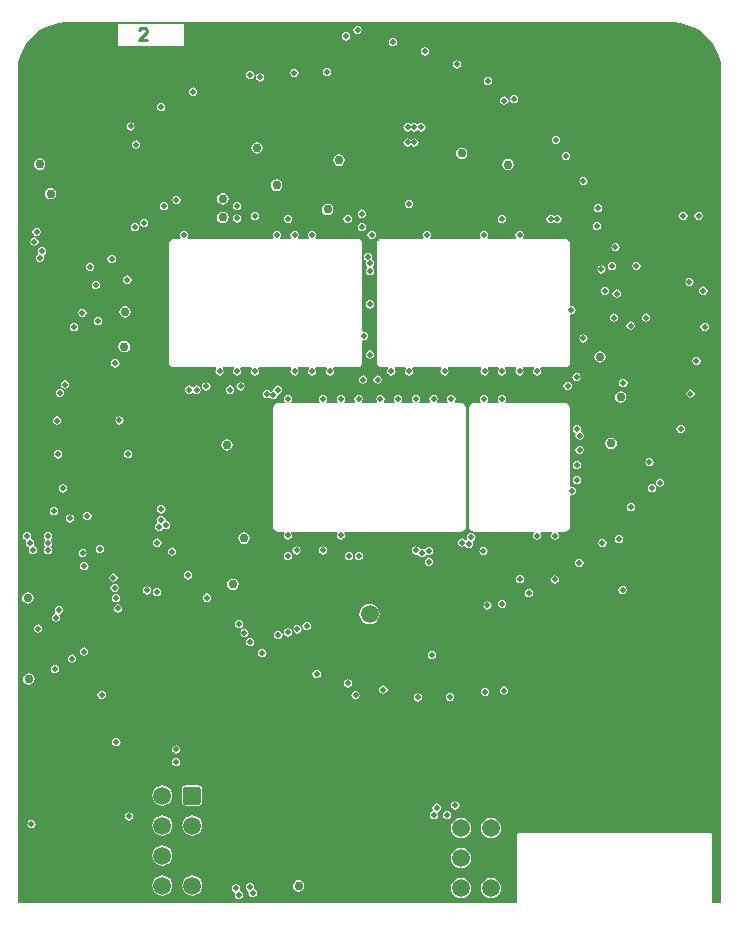
<source format=gbr>
%TF.GenerationSoftware,Altium Limited,Altium Designer,20.1.8 (145)*%
G04 Layer_Physical_Order=2*
G04 Layer_Color=10838552*
%FSLAX44Y44*%
%MOMM*%
%TF.SameCoordinates,743C107F-9E53-4DF5-BF78-65164CE4EDE1*%
%TF.FilePolarity,Positive*%
%TF.FileFunction,Copper,L2,Inr,Signal*%
%TF.Part,Single*%
G01*
G75*
%TA.AperFunction,NonConductor*%
%ADD50C,0.2540*%
%TA.AperFunction,ComponentPad*%
G04:AMPARAMS|DCode=51|XSize=1.5mm|YSize=1.5mm|CornerRadius=0.1875mm|HoleSize=0mm|Usage=FLASHONLY|Rotation=270.000|XOffset=0mm|YOffset=0mm|HoleType=Round|Shape=RoundedRectangle|*
%AMROUNDEDRECTD51*
21,1,1.5000,1.1250,0,0,270.0*
21,1,1.1250,1.5000,0,0,270.0*
1,1,0.3750,-0.5625,-0.5625*
1,1,0.3750,-0.5625,0.5625*
1,1,0.3750,0.5625,0.5625*
1,1,0.3750,0.5625,-0.5625*
%
%ADD51ROUNDEDRECTD51*%
%ADD52C,1.5000*%
G04:AMPARAMS|DCode=53|XSize=1.5mm|YSize=1.5mm|CornerRadius=0.15mm|HoleSize=0mm|Usage=FLASHONLY|Rotation=180.000|XOffset=0mm|YOffset=0mm|HoleType=Round|Shape=RoundedRectangle|*
%AMROUNDEDRECTD53*
21,1,1.5000,1.2000,0,0,180.0*
21,1,1.2000,1.5000,0,0,180.0*
1,1,0.3000,-0.6000,0.6000*
1,1,0.3000,0.6000,0.6000*
1,1,0.3000,0.6000,-0.6000*
1,1,0.3000,-0.6000,-0.6000*
%
%ADD53ROUNDEDRECTD53*%
%TA.AperFunction,ViaPad*%
%ADD54C,5.5000*%
%TA.AperFunction,ComponentPad*%
%ADD55C,0.5600*%
%ADD56O,2.2000X1.1000*%
%ADD57O,1.9000X1.1000*%
%TA.AperFunction,ViaPad*%
%ADD58C,0.4600*%
%ADD59C,0.7600*%
%ADD60C,0.9000*%
%ADD61C,1.5000*%
G36*
X263399Y297226D02*
X268839Y295768D01*
X274042Y293613D01*
X278919Y290797D01*
X283387Y287369D01*
X287369Y283387D01*
X290797Y278919D01*
X293613Y274042D01*
X295768Y268839D01*
X297226Y263399D01*
X297961Y257816D01*
Y255000D01*
Y-447961D01*
X290008D01*
X289924Y-447835D01*
Y-390169D01*
X289602Y-389391D01*
X288824Y-389069D01*
X125746D01*
X124969Y-389391D01*
X124647Y-390169D01*
Y-447835D01*
X124563Y-447961D01*
X-297961D01*
Y255000D01*
Y257816D01*
X-297226Y263399D01*
X-295768Y268839D01*
X-293613Y274042D01*
X-290797Y278919D01*
X-287369Y283387D01*
X-283387Y287369D01*
X-278919Y290797D01*
X-274042Y293613D01*
X-268839Y295768D01*
X-263399Y297226D01*
X-257816Y297961D01*
X257816D01*
X263399Y297226D01*
D02*
G37*
%LPC*%
G36*
X-10165Y294641D02*
X-11530Y294370D01*
X-12688Y293596D01*
X-13461Y292438D01*
X-13733Y291073D01*
X-13461Y289707D01*
X-12688Y288549D01*
X-11530Y287776D01*
X-10165Y287504D01*
X-8799Y287776D01*
X-7641Y288549D01*
X-6868Y289707D01*
X-6596Y291073D01*
X-6868Y292438D01*
X-7641Y293596D01*
X-8799Y294370D01*
X-10165Y294641D01*
D02*
G37*
G36*
X-19985Y289371D02*
X-21351Y289099D01*
X-22509Y288326D01*
X-23282Y287168D01*
X-23554Y285802D01*
X-23282Y284436D01*
X-22509Y283279D01*
X-21351Y282505D01*
X-19985Y282234D01*
X-18620Y282505D01*
X-17462Y283279D01*
X-16688Y284436D01*
X-16417Y285802D01*
X-16688Y287168D01*
X-17462Y288326D01*
X-18620Y289099D01*
X-19985Y289371D01*
D02*
G37*
G36*
X-184785Y296017D02*
X-199517D01*
Y295950D01*
X-213153D01*
Y277950D01*
X-157153D01*
Y295950D01*
X-184785D01*
Y296017D01*
D02*
G37*
G36*
X19654Y284632D02*
X18288Y284361D01*
X17131Y283587D01*
X16357Y282429D01*
X16085Y281064D01*
X16357Y279698D01*
X17131Y278540D01*
X18288Y277767D01*
X19654Y277495D01*
X21019Y277767D01*
X22177Y278540D01*
X22951Y279698D01*
X23222Y281064D01*
X22951Y282429D01*
X22177Y283587D01*
X21019Y284361D01*
X19654Y284632D01*
D02*
G37*
G36*
X46910Y276568D02*
X45544Y276296D01*
X44386Y275522D01*
X43613Y274365D01*
X43341Y272999D01*
X43613Y271633D01*
X44386Y270476D01*
X45544Y269702D01*
X46910Y269431D01*
X48275Y269702D01*
X49433Y270476D01*
X50207Y271633D01*
X50478Y272999D01*
X50207Y274365D01*
X49433Y275522D01*
X48275Y276296D01*
X46910Y276568D01*
D02*
G37*
G36*
X73900Y265597D02*
X72534Y265325D01*
X71376Y264552D01*
X70603Y263394D01*
X70331Y262029D01*
X70603Y260663D01*
X71376Y259505D01*
X72534Y258731D01*
X73900Y258460D01*
X75265Y258731D01*
X76423Y259505D01*
X77197Y260663D01*
X77468Y262029D01*
X77197Y263394D01*
X76423Y264552D01*
X75265Y265325D01*
X73900Y265597D01*
D02*
G37*
G36*
X-35907Y259058D02*
X-37272Y258786D01*
X-38430Y258013D01*
X-39204Y256855D01*
X-39475Y255489D01*
X-39204Y254123D01*
X-38430Y252966D01*
X-37272Y252192D01*
X-35907Y251921D01*
X-34541Y252192D01*
X-33383Y252966D01*
X-32610Y254123D01*
X-32338Y255489D01*
X-32610Y256855D01*
X-33383Y258013D01*
X-34541Y258786D01*
X-35907Y259058D01*
D02*
G37*
G36*
X-63565Y258514D02*
X-64931Y258242D01*
X-66088Y257469D01*
X-66862Y256311D01*
X-67133Y254945D01*
X-66862Y253580D01*
X-66088Y252422D01*
X-64931Y251648D01*
X-63565Y251377D01*
X-62199Y251648D01*
X-61042Y252422D01*
X-60268Y253580D01*
X-59996Y254945D01*
X-60268Y256311D01*
X-61042Y257469D01*
X-62199Y258242D01*
X-63565Y258514D01*
D02*
G37*
G36*
X-100884Y256437D02*
X-102250Y256165D01*
X-103408Y255392D01*
X-104181Y254234D01*
X-104453Y252868D01*
X-104181Y251503D01*
X-103408Y250345D01*
X-102250Y249571D01*
X-100884Y249300D01*
X-99519Y249571D01*
X-98361Y250345D01*
X-97587Y251503D01*
X-97316Y252868D01*
X-97587Y254234D01*
X-98361Y255392D01*
X-99519Y256165D01*
X-100884Y256437D01*
D02*
G37*
G36*
X-92586Y254535D02*
X-93952Y254263D01*
X-95110Y253490D01*
X-95883Y252332D01*
X-96155Y250966D01*
X-95883Y249601D01*
X-95110Y248443D01*
X-93952Y247669D01*
X-92586Y247398D01*
X-91221Y247669D01*
X-90063Y248443D01*
X-89289Y249601D01*
X-89018Y250966D01*
X-89289Y252332D01*
X-90063Y253490D01*
X-91221Y254263D01*
X-92586Y254535D01*
D02*
G37*
G36*
X100207Y251590D02*
X98842Y251319D01*
X97684Y250545D01*
X96910Y249387D01*
X96639Y248022D01*
X96910Y246656D01*
X97684Y245498D01*
X98842Y244725D01*
X100207Y244453D01*
X101573Y244725D01*
X102731Y245498D01*
X103504Y246656D01*
X103776Y248022D01*
X103504Y249387D01*
X102731Y250545D01*
X101573Y251319D01*
X100207Y251590D01*
D02*
G37*
G36*
X-149305Y242506D02*
X-150670Y242234D01*
X-151828Y241461D01*
X-152602Y240303D01*
X-152873Y238938D01*
X-152602Y237572D01*
X-151828Y236414D01*
X-150670Y235641D01*
X-149305Y235369D01*
X-147939Y235641D01*
X-146781Y236414D01*
X-146008Y237572D01*
X-145736Y238938D01*
X-146008Y240303D01*
X-146781Y241461D01*
X-147939Y242234D01*
X-149305Y242506D01*
D02*
G37*
G36*
X122340Y236099D02*
X120975Y235827D01*
X119817Y235054D01*
X119043Y233896D01*
X118772Y232530D01*
X119043Y231165D01*
X119817Y230007D01*
X120975Y229234D01*
X122340Y228962D01*
X123706Y229234D01*
X124864Y230007D01*
X125637Y231165D01*
X125909Y232530D01*
X125637Y233896D01*
X124864Y235054D01*
X123706Y235827D01*
X122340Y236099D01*
D02*
G37*
G36*
X114110Y234962D02*
X112745Y234690D01*
X111587Y233917D01*
X110814Y232759D01*
X110542Y231393D01*
X110814Y230028D01*
X111587Y228870D01*
X112745Y228096D01*
X114110Y227825D01*
X115476Y228096D01*
X116634Y228870D01*
X117407Y230028D01*
X117679Y231393D01*
X117407Y232759D01*
X116634Y233917D01*
X115476Y234690D01*
X114110Y234962D01*
D02*
G37*
G36*
X-176387Y229334D02*
X-177753Y229062D01*
X-178910Y228288D01*
X-179684Y227131D01*
X-179956Y225765D01*
X-179684Y224400D01*
X-178910Y223242D01*
X-177753Y222468D01*
X-176387Y222197D01*
X-175021Y222468D01*
X-173864Y223242D01*
X-173090Y224400D01*
X-172819Y225765D01*
X-173090Y227131D01*
X-173864Y228288D01*
X-175021Y229062D01*
X-176387Y229334D01*
D02*
G37*
G36*
X43825Y212320D02*
X42460Y212048D01*
X41302Y211275D01*
X40549D01*
X39391Y212048D01*
X38025Y212320D01*
X36660Y212048D01*
X35502Y211275D01*
X34749D01*
X33591Y212048D01*
X32225Y212320D01*
X30860Y212048D01*
X29702Y211275D01*
X28928Y210117D01*
X28657Y208752D01*
X28928Y207386D01*
X29702Y206228D01*
X30860Y205455D01*
X32225Y205183D01*
X33591Y205455D01*
X34749Y206228D01*
X35502D01*
X36660Y205455D01*
X38025Y205183D01*
X39391Y205455D01*
X40549Y206228D01*
X41302D01*
X42460Y205455D01*
X43825Y205183D01*
X45191Y205455D01*
X46349Y206228D01*
X47122Y207386D01*
X47394Y208752D01*
X47122Y210117D01*
X46349Y211275D01*
X45191Y212048D01*
X43825Y212320D01*
D02*
G37*
G36*
X-202319Y213076D02*
X-203685Y212805D01*
X-204843Y212031D01*
X-205616Y210873D01*
X-205888Y209508D01*
X-205616Y208142D01*
X-204843Y206984D01*
X-203685Y206211D01*
X-202319Y205939D01*
X-200954Y206211D01*
X-199796Y206984D01*
X-199022Y208142D01*
X-198751Y209508D01*
X-199022Y210873D01*
X-199796Y212031D01*
X-200954Y212805D01*
X-202319Y213076D01*
D02*
G37*
G36*
X38025Y199478D02*
X36660Y199206D01*
X35502Y198433D01*
X34749D01*
X33591Y199206D01*
X32225Y199478D01*
X30860Y199206D01*
X29702Y198433D01*
X28928Y197275D01*
X28657Y195910D01*
X28928Y194544D01*
X29702Y193386D01*
X30860Y192613D01*
X32225Y192341D01*
X33591Y192613D01*
X34749Y193386D01*
X35502D01*
X36660Y192613D01*
X38025Y192341D01*
X39391Y192613D01*
X40549Y193386D01*
X41322Y194544D01*
X41594Y195910D01*
X41322Y197275D01*
X40549Y198433D01*
X39391Y199206D01*
X38025Y199478D01*
D02*
G37*
G36*
X157652Y201764D02*
X156286Y201492D01*
X155128Y200719D01*
X154355Y199561D01*
X154083Y198195D01*
X154355Y196830D01*
X155128Y195672D01*
X156286Y194899D01*
X157652Y194627D01*
X159017Y194899D01*
X160175Y195672D01*
X160949Y196830D01*
X161220Y198195D01*
X160949Y199561D01*
X160175Y200719D01*
X159017Y201492D01*
X157652Y201764D01*
D02*
G37*
G36*
X-197570Y197721D02*
X-198936Y197449D01*
X-200094Y196675D01*
X-200867Y195518D01*
X-201139Y194152D01*
X-200867Y192786D01*
X-200094Y191628D01*
X-198936Y190855D01*
X-197570Y190583D01*
X-196205Y190855D01*
X-195047Y191628D01*
X-194273Y192786D01*
X-194002Y194152D01*
X-194273Y195518D01*
X-195047Y196675D01*
X-196205Y197449D01*
X-197570Y197721D01*
D02*
G37*
G36*
X-95359Y196172D02*
X-97239Y195798D01*
X-98832Y194734D01*
X-99896Y193141D01*
X-100270Y191261D01*
X-99896Y189382D01*
X-98832Y187789D01*
X-97239Y186725D01*
X-95359Y186351D01*
X-93480Y186725D01*
X-91887Y187789D01*
X-90823Y189382D01*
X-90449Y191261D01*
X-90823Y193141D01*
X-91887Y194734D01*
X-93480Y195798D01*
X-95359Y196172D01*
D02*
G37*
G36*
X78000Y191611D02*
X76121Y191237D01*
X74528Y190173D01*
X73463Y188580D01*
X73090Y186701D01*
X73463Y184822D01*
X74528Y183229D01*
X76121Y182164D01*
X78000Y181790D01*
X79879Y182164D01*
X81472Y183229D01*
X82537Y184822D01*
X82910Y186701D01*
X82537Y188580D01*
X81472Y190173D01*
X79879Y191237D01*
X78000Y191611D01*
D02*
G37*
G36*
X166279Y188240D02*
X164913Y187968D01*
X163756Y187195D01*
X162982Y186037D01*
X162710Y184671D01*
X162982Y183306D01*
X163756Y182148D01*
X164913Y181375D01*
X166279Y181103D01*
X167645Y181375D01*
X168802Y182148D01*
X169576Y183306D01*
X169848Y184671D01*
X169576Y186037D01*
X168802Y187195D01*
X167645Y187968D01*
X166279Y188240D01*
D02*
G37*
G36*
X-25961Y185837D02*
X-27840Y185463D01*
X-29433Y184399D01*
X-30497Y182806D01*
X-30871Y180927D01*
X-30497Y179047D01*
X-29433Y177454D01*
X-27840Y176390D01*
X-25961Y176016D01*
X-24082Y176390D01*
X-22489Y177454D01*
X-21424Y179047D01*
X-21051Y180927D01*
X-21424Y182806D01*
X-22489Y184399D01*
X-24082Y185463D01*
X-25961Y185837D01*
D02*
G37*
G36*
X-279268Y182440D02*
X-281147Y182067D01*
X-282740Y181002D01*
X-283805Y179409D01*
X-284179Y177530D01*
X-283805Y175651D01*
X-282740Y174058D01*
X-281147Y172994D01*
X-279268Y172620D01*
X-277389Y172994D01*
X-275796Y174058D01*
X-274732Y175651D01*
X-274358Y177530D01*
X-274732Y179409D01*
X-275796Y181002D01*
X-277389Y182067D01*
X-279268Y182440D01*
D02*
G37*
G36*
X117287Y182111D02*
X115407Y181737D01*
X113814Y180673D01*
X112750Y179080D01*
X112376Y177201D01*
X112750Y175322D01*
X113814Y173729D01*
X115407Y172664D01*
X117287Y172290D01*
X119166Y172664D01*
X120759Y173729D01*
X121823Y175322D01*
X122197Y177201D01*
X121823Y179080D01*
X120759Y180673D01*
X119166Y181737D01*
X117287Y182111D01*
D02*
G37*
G36*
X181141Y166669D02*
X179776Y166397D01*
X178618Y165624D01*
X177845Y164466D01*
X177573Y163101D01*
X177845Y161735D01*
X178618Y160577D01*
X179776Y159804D01*
X181141Y159532D01*
X182507Y159804D01*
X183665Y160577D01*
X184438Y161735D01*
X184710Y163101D01*
X184438Y164466D01*
X183665Y165624D01*
X182507Y166397D01*
X181141Y166669D01*
D02*
G37*
G36*
X-78760Y164624D02*
X-80639Y164250D01*
X-82232Y163186D01*
X-83296Y161593D01*
X-83670Y159713D01*
X-83296Y157834D01*
X-82232Y156241D01*
X-80639Y155177D01*
X-78760Y154803D01*
X-76880Y155177D01*
X-75287Y156241D01*
X-74223Y157834D01*
X-73849Y159713D01*
X-74223Y161593D01*
X-75287Y163186D01*
X-76880Y164250D01*
X-78760Y164624D01*
D02*
G37*
G36*
X-270052Y157534D02*
X-271931Y157161D01*
X-273524Y156096D01*
X-274589Y154503D01*
X-274963Y152624D01*
X-274589Y150745D01*
X-273524Y149152D01*
X-271931Y148087D01*
X-270052Y147714D01*
X-268173Y148087D01*
X-266580Y149152D01*
X-265516Y150745D01*
X-265142Y152624D01*
X-265516Y154503D01*
X-266580Y156096D01*
X-268173Y157161D01*
X-270052Y157534D01*
D02*
G37*
G36*
X-163492Y150777D02*
X-164858Y150506D01*
X-166015Y149732D01*
X-166789Y148574D01*
X-167060Y147209D01*
X-166789Y145843D01*
X-166015Y144685D01*
X-164858Y143912D01*
X-163492Y143640D01*
X-162126Y143912D01*
X-160968Y144685D01*
X-160195Y145843D01*
X-159923Y147209D01*
X-160195Y148574D01*
X-160968Y149732D01*
X-162126Y150506D01*
X-163492Y150777D01*
D02*
G37*
G36*
X-124206Y153222D02*
X-126085Y152848D01*
X-127678Y151784D01*
X-128743Y150191D01*
X-129116Y148312D01*
X-128743Y146433D01*
X-127678Y144840D01*
X-126085Y143775D01*
X-124206Y143401D01*
X-122327Y143775D01*
X-120734Y144840D01*
X-119669Y146433D01*
X-119296Y148312D01*
X-119669Y150191D01*
X-120734Y151784D01*
X-122327Y152848D01*
X-124206Y153222D01*
D02*
G37*
G36*
X33500Y147496D02*
X32134Y147224D01*
X30977Y146451D01*
X30203Y145293D01*
X29931Y143927D01*
X30203Y142562D01*
X30977Y141404D01*
X32134Y140631D01*
X33500Y140359D01*
X34866Y140631D01*
X36023Y141404D01*
X36797Y142562D01*
X37069Y143927D01*
X36797Y145293D01*
X36023Y146451D01*
X34866Y147224D01*
X33500Y147496D01*
D02*
G37*
G36*
X-174045Y145769D02*
X-175410Y145497D01*
X-176568Y144724D01*
X-177342Y143566D01*
X-177613Y142200D01*
X-177342Y140835D01*
X-176568Y139677D01*
X-175410Y138904D01*
X-174045Y138632D01*
X-172679Y138904D01*
X-171521Y139677D01*
X-170748Y140835D01*
X-170476Y142200D01*
X-170748Y143566D01*
X-171521Y144724D01*
X-172679Y145497D01*
X-174045Y145769D01*
D02*
G37*
G36*
X-112000Y145697D02*
X-113366Y145425D01*
X-114523Y144651D01*
X-115297Y143494D01*
X-115569Y142128D01*
X-115297Y140762D01*
X-114523Y139605D01*
X-113366Y138831D01*
X-112000Y138559D01*
X-110634Y138831D01*
X-109477Y139605D01*
X-108703Y140762D01*
X-108431Y142128D01*
X-108703Y143494D01*
X-109477Y144651D01*
X-110634Y145425D01*
X-112000Y145697D01*
D02*
G37*
G36*
X193355Y144049D02*
X191989Y143778D01*
X190832Y143004D01*
X190058Y141846D01*
X189786Y140481D01*
X190058Y139115D01*
X190832Y137957D01*
X191989Y137184D01*
X193355Y136912D01*
X194721Y137184D01*
X195878Y137957D01*
X196652Y139115D01*
X196924Y140481D01*
X196652Y141846D01*
X195878Y143004D01*
X194721Y143778D01*
X193355Y144049D01*
D02*
G37*
G36*
X-35461Y144154D02*
X-37340Y143781D01*
X-38933Y142716D01*
X-39997Y141123D01*
X-40371Y139244D01*
X-39997Y137365D01*
X-38933Y135772D01*
X-37340Y134707D01*
X-35461Y134334D01*
X-33582Y134707D01*
X-31989Y135772D01*
X-30924Y137365D01*
X-30550Y139244D01*
X-30924Y141123D01*
X-31989Y142716D01*
X-33582Y143781D01*
X-35461Y144154D01*
D02*
G37*
G36*
X-6604Y139211D02*
X-7970Y138939D01*
X-9127Y138165D01*
X-9901Y137008D01*
X-10173Y135642D01*
X-9901Y134276D01*
X-9127Y133119D01*
X-7970Y132345D01*
X-6604Y132073D01*
X-5238Y132345D01*
X-4081Y133119D01*
X-3307Y134276D01*
X-3035Y135642D01*
X-3307Y137008D01*
X-4081Y138165D01*
X-5238Y138939D01*
X-6604Y139211D01*
D02*
G37*
G36*
X278577Y137427D02*
X277211Y137155D01*
X276054Y136382D01*
X275280Y135224D01*
X275009Y133858D01*
X275280Y132493D01*
X276054Y131335D01*
X277211Y130561D01*
X278577Y130290D01*
X279943Y130561D01*
X281100Y131335D01*
X281874Y132493D01*
X282146Y133858D01*
X281874Y135224D01*
X281100Y136382D01*
X279943Y137155D01*
X278577Y137427D01*
D02*
G37*
G36*
X265735D02*
X264369Y137155D01*
X263212Y136382D01*
X262438Y135224D01*
X262167Y133858D01*
X262438Y132493D01*
X263212Y131335D01*
X264369Y130561D01*
X265735Y130290D01*
X267101Y130561D01*
X268258Y131335D01*
X269032Y132493D01*
X269304Y133858D01*
X269032Y135224D01*
X268258Y136382D01*
X267101Y137155D01*
X265735Y137427D01*
D02*
G37*
G36*
X-97000Y137091D02*
X-98366Y136819D01*
X-99523Y136045D01*
X-100297Y134888D01*
X-100569Y133522D01*
X-100297Y132156D01*
X-99523Y130998D01*
X-98366Y130225D01*
X-97000Y129953D01*
X-95634Y130225D01*
X-94477Y130998D01*
X-93703Y132156D01*
X-93431Y133522D01*
X-93703Y134888D01*
X-94477Y136045D01*
X-95634Y136819D01*
X-97000Y137091D01*
D02*
G37*
G36*
X-112000Y135141D02*
X-113366Y134869D01*
X-114523Y134095D01*
X-115297Y132938D01*
X-115569Y131572D01*
X-115297Y130206D01*
X-114523Y129049D01*
X-113366Y128275D01*
X-112000Y128003D01*
X-110634Y128275D01*
X-109477Y129049D01*
X-108703Y130206D01*
X-108431Y131572D01*
X-108703Y132938D01*
X-109477Y134095D01*
X-110634Y134869D01*
X-112000Y135141D01*
D02*
G37*
G36*
X-68834Y134887D02*
X-70200Y134615D01*
X-71357Y133841D01*
X-72131Y132684D01*
X-72403Y131318D01*
X-72131Y129952D01*
X-71357Y128795D01*
X-70200Y128021D01*
X-68834Y127749D01*
X-67468Y128021D01*
X-66311Y128795D01*
X-65537Y129952D01*
X-65265Y131318D01*
X-65537Y132684D01*
X-66311Y133841D01*
X-67468Y134615D01*
X-68834Y134887D01*
D02*
G37*
G36*
X-124206Y137389D02*
X-126085Y137015D01*
X-127678Y135951D01*
X-128743Y134358D01*
X-129116Y132479D01*
X-128743Y130600D01*
X-127678Y129007D01*
X-126085Y127942D01*
X-124206Y127569D01*
X-122327Y127942D01*
X-120734Y129007D01*
X-119669Y130600D01*
X-119296Y132479D01*
X-119669Y134358D01*
X-120734Y135951D01*
X-122327Y137015D01*
X-124206Y137389D01*
D02*
G37*
G36*
X153303Y134686D02*
X151938Y134415D01*
X150780Y133641D01*
X150006Y132484D01*
X149735Y131118D01*
X150006Y129752D01*
X150780Y128595D01*
X151938Y127821D01*
X153303Y127549D01*
X154669Y127821D01*
X155480Y128363D01*
X156580Y128547D01*
X157737Y127773D01*
X159103Y127501D01*
X160469Y127773D01*
X161626Y128547D01*
X162400Y129704D01*
X162672Y131070D01*
X162400Y132436D01*
X161626Y133593D01*
X160469Y134367D01*
X159103Y134639D01*
X157737Y134367D01*
X156926Y133825D01*
X155827Y133641D01*
X154669Y134415D01*
X153303Y134686D01*
D02*
G37*
G36*
X112000Y134639D02*
X110634Y134367D01*
X109477Y133593D01*
X108703Y132436D01*
X108431Y131070D01*
X108703Y129704D01*
X109477Y128547D01*
X110634Y127773D01*
X112000Y127501D01*
X113366Y127773D01*
X114523Y128547D01*
X115297Y129704D01*
X115569Y131070D01*
X115297Y132436D01*
X114523Y133593D01*
X113366Y134367D01*
X112000Y134639D01*
D02*
G37*
G36*
X-18500Y134633D02*
X-19866Y134361D01*
X-21023Y133587D01*
X-21797Y132430D01*
X-22069Y131064D01*
X-21797Y129698D01*
X-21023Y128541D01*
X-19866Y127767D01*
X-18500Y127495D01*
X-17134Y127767D01*
X-15977Y128541D01*
X-15203Y129698D01*
X-14931Y131064D01*
X-15203Y132430D01*
X-15977Y133587D01*
X-17134Y134361D01*
X-18500Y134633D01*
D02*
G37*
G36*
X-190822Y131072D02*
X-192188Y130800D01*
X-193346Y130027D01*
X-194119Y128869D01*
X-194391Y127503D01*
X-194119Y126138D01*
X-193346Y124980D01*
X-192188Y124206D01*
X-190822Y123935D01*
X-189457Y124206D01*
X-188299Y124980D01*
X-187525Y126138D01*
X-187254Y127503D01*
X-187525Y128869D01*
X-188299Y130027D01*
X-189457Y130800D01*
X-190822Y131072D01*
D02*
G37*
G36*
X192475Y128563D02*
X191109Y128292D01*
X189951Y127518D01*
X189178Y126360D01*
X188906Y124995D01*
X189178Y123629D01*
X189951Y122471D01*
X191109Y121698D01*
X192475Y121426D01*
X193841Y121698D01*
X194998Y122471D01*
X195772Y123629D01*
X196043Y124995D01*
X195772Y126360D01*
X194998Y127518D01*
X193841Y128292D01*
X192475Y128563D01*
D02*
G37*
G36*
X-6604Y127863D02*
X-7970Y127591D01*
X-9127Y126817D01*
X-9901Y125660D01*
X-10173Y124294D01*
X-9901Y122928D01*
X-9127Y121771D01*
X-7970Y120997D01*
X-6604Y120725D01*
X-5238Y120997D01*
X-4081Y121771D01*
X-3307Y122928D01*
X-3035Y124294D01*
X-3307Y125660D01*
X-4081Y126817D01*
X-5238Y127591D01*
X-6604Y127863D01*
D02*
G37*
G36*
X-198655Y127702D02*
X-200021Y127430D01*
X-201179Y126657D01*
X-201952Y125499D01*
X-202224Y124134D01*
X-201952Y122768D01*
X-201179Y121610D01*
X-200021Y120837D01*
X-198655Y120565D01*
X-197290Y120837D01*
X-196132Y121610D01*
X-195358Y122768D01*
X-195087Y124134D01*
X-195358Y125499D01*
X-196132Y126657D01*
X-197290Y127430D01*
X-198655Y127702D01*
D02*
G37*
G36*
X-281905Y123903D02*
X-283270Y123631D01*
X-284428Y122857D01*
X-285201Y121700D01*
X-285473Y120334D01*
X-285201Y118968D01*
X-284428Y117811D01*
X-283270Y117037D01*
X-281905Y116765D01*
X-280539Y117037D01*
X-279381Y117811D01*
X-278608Y118968D01*
X-278336Y120334D01*
X-278608Y121700D01*
X-279381Y122857D01*
X-280539Y123631D01*
X-281905Y123903D01*
D02*
G37*
G36*
X127000Y121389D02*
X125634Y121117D01*
X124477Y120343D01*
X123703Y119186D01*
X123431Y117820D01*
X123703Y116454D01*
X124304Y115555D01*
X123921Y114539D01*
X100079D01*
X99696Y115555D01*
X100297Y116454D01*
X100569Y117820D01*
X100297Y119186D01*
X99523Y120343D01*
X98366Y121117D01*
X97000Y121389D01*
X95634Y121117D01*
X94477Y120343D01*
X93703Y119186D01*
X93431Y117820D01*
X93703Y116454D01*
X94304Y115555D01*
X93921Y114539D01*
X51579D01*
X51196Y115555D01*
X51797Y116454D01*
X52069Y117820D01*
X51797Y119186D01*
X51023Y120343D01*
X49866Y121117D01*
X48500Y121389D01*
X47134Y121117D01*
X45977Y120343D01*
X45203Y119186D01*
X44931Y117820D01*
X45203Y116454D01*
X45804Y115555D01*
X45421Y114539D01*
X10003D01*
X9222Y114384D01*
X8303Y114003D01*
X7642Y113561D01*
X6939Y112858D01*
X6497Y112197D01*
X6116Y111278D01*
X5961Y110497D01*
Y110000D01*
Y10000D01*
Y9503D01*
X6116Y8722D01*
X6497Y7804D01*
X6939Y7142D01*
X6939Y7142D01*
X7642Y6439D01*
X8303Y5997D01*
X9222Y5616D01*
X10003Y5461D01*
X15421D01*
X15804Y4445D01*
X15203Y3546D01*
X14931Y2180D01*
X15203Y814D01*
X15977Y-343D01*
X17134Y-1117D01*
X18500Y-1389D01*
X19866Y-1117D01*
X21023Y-343D01*
X21797Y814D01*
X22069Y2180D01*
X21797Y3546D01*
X21196Y4445D01*
X21579Y5461D01*
X30421D01*
X30804Y4445D01*
X30203Y3546D01*
X29931Y2180D01*
X30203Y814D01*
X30977Y-343D01*
X32134Y-1117D01*
X33500Y-1389D01*
X34866Y-1117D01*
X36023Y-343D01*
X36797Y814D01*
X37069Y2180D01*
X36797Y3546D01*
X36196Y4445D01*
X36579Y5461D01*
X60421D01*
X60804Y4445D01*
X60203Y3546D01*
X59931Y2180D01*
X60203Y814D01*
X60977Y-343D01*
X62134Y-1117D01*
X63500Y-1389D01*
X64866Y-1117D01*
X66023Y-343D01*
X66797Y814D01*
X67069Y2180D01*
X66797Y3546D01*
X66196Y4445D01*
X66579Y5461D01*
X94355D01*
X94738Y4445D01*
X94137Y3546D01*
X93866Y2180D01*
X94137Y814D01*
X94911Y-343D01*
X96069Y-1117D01*
X97434Y-1389D01*
X98800Y-1117D01*
X99958Y-343D01*
X100731Y814D01*
X101003Y2180D01*
X100731Y3546D01*
X100131Y4445D01*
X100514Y5461D01*
X108921D01*
X109304Y4445D01*
X108703Y3546D01*
X108431Y2180D01*
X108703Y814D01*
X109477Y-343D01*
X110634Y-1117D01*
X112000Y-1389D01*
X113366Y-1117D01*
X114523Y-343D01*
X115297Y814D01*
X115569Y2180D01*
X115297Y3546D01*
X114696Y4445D01*
X115079Y5461D01*
X123921D01*
X124304Y4445D01*
X123703Y3546D01*
X123431Y2180D01*
X123703Y814D01*
X124477Y-343D01*
X125634Y-1117D01*
X127000Y-1389D01*
X128366Y-1117D01*
X129523Y-343D01*
X130297Y814D01*
X130569Y2180D01*
X130297Y3546D01*
X129696Y4445D01*
X130079Y5461D01*
X138921D01*
X139304Y4445D01*
X138703Y3546D01*
X138431Y2180D01*
X138703Y814D01*
X139477Y-343D01*
X140634Y-1117D01*
X142000Y-1389D01*
X143366Y-1117D01*
X144523Y-343D01*
X145297Y814D01*
X145569Y2180D01*
X145297Y3546D01*
X144696Y4445D01*
X145079Y5461D01*
X165497D01*
X166278Y5616D01*
X167197Y5997D01*
X167858Y6439D01*
X167858Y6439D01*
X168561Y7142D01*
X169003Y7804D01*
X169003Y7804D01*
X169384Y8722D01*
X169539Y9503D01*
Y49654D01*
X170555Y50488D01*
X171000Y50399D01*
X172366Y50671D01*
X173523Y51445D01*
X174297Y52602D01*
X174569Y53968D01*
X174297Y55334D01*
X173523Y56491D01*
X172366Y57265D01*
X171000Y57537D01*
X170555Y57448D01*
X169539Y58282D01*
Y110497D01*
X169384Y111278D01*
X169003Y112197D01*
X168561Y112858D01*
X167858Y113561D01*
X167197Y114003D01*
X167196Y114003D01*
X166278Y114384D01*
X165497Y114539D01*
X130079D01*
X129696Y115555D01*
X130297Y116454D01*
X130569Y117820D01*
X130297Y119186D01*
X129523Y120343D01*
X128366Y121117D01*
X127000Y121389D01*
D02*
G37*
G36*
X-48500D02*
X-49866Y121117D01*
X-51023Y120343D01*
X-51797Y119186D01*
X-52069Y117820D01*
X-51797Y116454D01*
X-51196Y115555D01*
X-51579Y114539D01*
X-60421D01*
X-60804Y115555D01*
X-60203Y116454D01*
X-59931Y117820D01*
X-60203Y119186D01*
X-60977Y120343D01*
X-62134Y121117D01*
X-63500Y121389D01*
X-64866Y121117D01*
X-66023Y120343D01*
X-66797Y119186D01*
X-67069Y117820D01*
X-66797Y116454D01*
X-66196Y115555D01*
X-66579Y114539D01*
X-75421D01*
X-75804Y115555D01*
X-75203Y116454D01*
X-74931Y117820D01*
X-75203Y119186D01*
X-75977Y120343D01*
X-77134Y121117D01*
X-78500Y121389D01*
X-79866Y121117D01*
X-81023Y120343D01*
X-81797Y119186D01*
X-82069Y117820D01*
X-81797Y116454D01*
X-81196Y115555D01*
X-81579Y114539D01*
X-153921D01*
X-154304Y115555D01*
X-153703Y116454D01*
X-153431Y117820D01*
X-153703Y119186D01*
X-154477Y120343D01*
X-155634Y121117D01*
X-157000Y121389D01*
X-158366Y121117D01*
X-159523Y120343D01*
X-160297Y119186D01*
X-160569Y117820D01*
X-160297Y116454D01*
X-159696Y115555D01*
X-160079Y114539D01*
X-165497D01*
X-166278Y114384D01*
X-167197Y114003D01*
X-167858Y113561D01*
X-168561Y112858D01*
X-169003Y112197D01*
X-169384Y111278D01*
X-169539Y110497D01*
Y110000D01*
Y10000D01*
Y9503D01*
X-169384Y8722D01*
X-169003Y7804D01*
X-168561Y7142D01*
X-168561Y7142D01*
X-167858Y6439D01*
X-167197Y5997D01*
X-166278Y5616D01*
X-165497Y5461D01*
X-130079D01*
X-129696Y4445D01*
X-130297Y3546D01*
X-130569Y2180D01*
X-130297Y814D01*
X-129523Y-343D01*
X-128366Y-1117D01*
X-127000Y-1389D01*
X-125634Y-1117D01*
X-124477Y-343D01*
X-123703Y814D01*
X-123431Y2180D01*
X-123703Y3546D01*
X-124304Y4445D01*
X-123921Y5461D01*
X-115079D01*
X-114696Y4445D01*
X-115297Y3546D01*
X-115569Y2180D01*
X-115297Y814D01*
X-114523Y-343D01*
X-113366Y-1117D01*
X-112000Y-1389D01*
X-110634Y-1117D01*
X-109477Y-343D01*
X-108703Y814D01*
X-108431Y2180D01*
X-108703Y3546D01*
X-109304Y4445D01*
X-108921Y5461D01*
X-100079D01*
X-99696Y4445D01*
X-100297Y3546D01*
X-100569Y2180D01*
X-100297Y814D01*
X-99523Y-343D01*
X-98366Y-1117D01*
X-97000Y-1389D01*
X-95634Y-1117D01*
X-94477Y-343D01*
X-93703Y814D01*
X-93431Y2180D01*
X-93703Y3546D01*
X-94304Y4445D01*
X-93921Y5461D01*
X-66579D01*
X-66196Y4445D01*
X-66797Y3546D01*
X-67069Y2180D01*
X-66797Y814D01*
X-66023Y-343D01*
X-64866Y-1117D01*
X-63500Y-1389D01*
X-62134Y-1117D01*
X-60977Y-343D01*
X-60203Y814D01*
X-59931Y2180D01*
X-60203Y3546D01*
X-60804Y4445D01*
X-60421Y5461D01*
X-51579D01*
X-51196Y4445D01*
X-51797Y3546D01*
X-52069Y2180D01*
X-51797Y814D01*
X-51023Y-343D01*
X-49866Y-1117D01*
X-48500Y-1389D01*
X-47134Y-1117D01*
X-45977Y-343D01*
X-45203Y814D01*
X-44931Y2180D01*
X-45203Y3546D01*
X-45804Y4445D01*
X-45421Y5461D01*
X-36579D01*
X-36196Y4445D01*
X-36797Y3546D01*
X-37069Y2180D01*
X-36797Y814D01*
X-36023Y-343D01*
X-34866Y-1117D01*
X-33500Y-1389D01*
X-32134Y-1117D01*
X-30977Y-343D01*
X-30203Y814D01*
X-29931Y2180D01*
X-30203Y3546D01*
X-30804Y4445D01*
X-30421Y5461D01*
X-10003D01*
X-9222Y5616D01*
X-8303Y5997D01*
X-7642Y6439D01*
X-7642Y6439D01*
X-6939Y7142D01*
X-6497Y7804D01*
X-6497Y7804D01*
X-6116Y8722D01*
X-5961Y9503D01*
Y27910D01*
X-4945Y28744D01*
X-4500Y28655D01*
X-3134Y28927D01*
X-1977Y29701D01*
X-1203Y30858D01*
X-931Y32224D01*
X-1203Y33590D01*
X-1977Y34747D01*
X-3134Y35521D01*
X-4500Y35793D01*
X-4945Y35704D01*
X-5961Y36538D01*
Y110497D01*
X-6116Y111278D01*
X-6497Y112197D01*
X-6939Y112858D01*
X-7642Y113561D01*
X-8303Y114003D01*
X-8304Y114003D01*
X-9222Y114384D01*
X-10003Y114539D01*
X-45421D01*
X-45804Y115555D01*
X-45203Y116454D01*
X-44931Y117820D01*
X-45203Y119186D01*
X-45977Y120343D01*
X-47134Y121117D01*
X-48500Y121389D01*
D02*
G37*
G36*
X1778D02*
X412Y121117D01*
X-745Y120343D01*
X-1519Y119186D01*
X-1791Y117820D01*
X-1519Y116454D01*
X-745Y115297D01*
X412Y114523D01*
X1778Y114251D01*
X3144Y114523D01*
X4301Y115297D01*
X5075Y116454D01*
X5347Y117820D01*
X5075Y119186D01*
X4301Y120343D01*
X3144Y121117D01*
X1778Y121389D01*
D02*
G37*
G36*
X-283709Y115633D02*
X-285074Y115361D01*
X-286232Y114587D01*
X-287006Y113430D01*
X-287277Y112064D01*
X-287006Y110698D01*
X-286232Y109541D01*
X-285074Y108767D01*
X-283709Y108496D01*
X-282343Y108767D01*
X-281185Y109541D01*
X-280412Y110698D01*
X-280140Y112064D01*
X-280412Y113430D01*
X-281185Y114587D01*
X-282343Y115361D01*
X-283709Y115633D01*
D02*
G37*
G36*
X208252Y110826D02*
X206887Y110554D01*
X205729Y109780D01*
X204955Y108623D01*
X204684Y107257D01*
X204955Y105891D01*
X205729Y104734D01*
X206887Y103960D01*
X208252Y103688D01*
X209618Y103960D01*
X210776Y104734D01*
X211549Y105891D01*
X211821Y107257D01*
X211549Y108623D01*
X210776Y109780D01*
X209618Y110554D01*
X208252Y110826D01*
D02*
G37*
G36*
X-277115Y107298D02*
X-278481Y107026D01*
X-279639Y106252D01*
X-280412Y105095D01*
X-280684Y103729D01*
X-280412Y102363D01*
X-280908Y101276D01*
X-281619Y100801D01*
X-282392Y99643D01*
X-282664Y98278D01*
X-282392Y96912D01*
X-281619Y95754D01*
X-280461Y94980D01*
X-279095Y94709D01*
X-277730Y94980D01*
X-276572Y95754D01*
X-275798Y96912D01*
X-275527Y98278D01*
X-275798Y99643D01*
X-275303Y100731D01*
X-274592Y101206D01*
X-273818Y102363D01*
X-273547Y103729D01*
X-273818Y105095D01*
X-274592Y106252D01*
X-275750Y107026D01*
X-277115Y107298D01*
D02*
G37*
G36*
X-218337Y100779D02*
X-219703Y100507D01*
X-220861Y99733D01*
X-221634Y98576D01*
X-221906Y97210D01*
X-221634Y95844D01*
X-220861Y94687D01*
X-219703Y93913D01*
X-218337Y93642D01*
X-216972Y93913D01*
X-215814Y94687D01*
X-215040Y95844D01*
X-214769Y97210D01*
X-215040Y98576D01*
X-215814Y99733D01*
X-216972Y100507D01*
X-218337Y100779D01*
D02*
G37*
G36*
X205319Y94983D02*
X203954Y94711D01*
X202796Y93937D01*
X202022Y92780D01*
X201751Y91414D01*
X202022Y90048D01*
X202796Y88891D01*
X203954Y88117D01*
X205319Y87845D01*
X206685Y88117D01*
X207843Y88891D01*
X208616Y90048D01*
X208888Y91414D01*
X208616Y92780D01*
X207843Y93937D01*
X206685Y94711D01*
X205319Y94983D01*
D02*
G37*
G36*
X226001Y94879D02*
X224635Y94607D01*
X223478Y93834D01*
X222704Y92676D01*
X222432Y91310D01*
X222704Y89945D01*
X223478Y88787D01*
X224635Y88013D01*
X226001Y87742D01*
X227367Y88013D01*
X228524Y88787D01*
X229298Y89945D01*
X229570Y91310D01*
X229298Y92676D01*
X228524Y93834D01*
X227367Y94607D01*
X226001Y94879D01*
D02*
G37*
G36*
X-236429Y94325D02*
X-237795Y94054D01*
X-238953Y93280D01*
X-239726Y92122D01*
X-239998Y90757D01*
X-239726Y89391D01*
X-238953Y88233D01*
X-237795Y87460D01*
X-236429Y87188D01*
X-235064Y87460D01*
X-233906Y88233D01*
X-233132Y89391D01*
X-232861Y90757D01*
X-233132Y92122D01*
X-233906Y93280D01*
X-235064Y94054D01*
X-236429Y94325D01*
D02*
G37*
G36*
X196380Y91964D02*
X195014Y91692D01*
X193856Y90918D01*
X193083Y89761D01*
X192811Y88395D01*
X193083Y87029D01*
X193856Y85872D01*
X195014Y85098D01*
X196380Y84826D01*
X197745Y85098D01*
X198903Y85872D01*
X199676Y87029D01*
X199948Y88395D01*
X199676Y89761D01*
X198903Y90918D01*
X197745Y91692D01*
X196380Y91964D01*
D02*
G37*
G36*
X-1243Y102590D02*
X-2609Y102319D01*
X-3767Y101545D01*
X-4540Y100387D01*
X-4812Y99022D01*
X-4540Y97656D01*
X-3767Y96498D01*
X-3200Y96119D01*
X-2829Y94846D01*
X-3101Y93480D01*
X-2829Y92114D01*
X-2055Y90956D01*
X-1786Y90777D01*
Y89761D01*
X-2164Y89508D01*
X-2938Y88350D01*
X-3209Y86985D01*
X-2938Y85619D01*
X-2164Y84461D01*
X-1006Y83688D01*
X359Y83416D01*
X1725Y83688D01*
X2883Y84461D01*
X3656Y85619D01*
X3928Y86985D01*
X3656Y88350D01*
X2883Y89508D01*
X2613Y89688D01*
Y90704D01*
X2991Y90956D01*
X3765Y92114D01*
X4037Y93480D01*
X3765Y94846D01*
X2991Y96003D01*
X2424Y96382D01*
X2054Y97656D01*
X2325Y99022D01*
X2054Y100387D01*
X1280Y101545D01*
X122Y102319D01*
X-1243Y102590D01*
D02*
G37*
G36*
X-205042Y83305D02*
X-206407Y83033D01*
X-207565Y82260D01*
X-208339Y81102D01*
X-208610Y79736D01*
X-208339Y78371D01*
X-207565Y77213D01*
X-206407Y76439D01*
X-205042Y76168D01*
X-203676Y76439D01*
X-202518Y77213D01*
X-201745Y78371D01*
X-201473Y79736D01*
X-201745Y81102D01*
X-202518Y82260D01*
X-203676Y83033D01*
X-205042Y83305D01*
D02*
G37*
G36*
X270835Y81229D02*
X269470Y80958D01*
X268312Y80184D01*
X267539Y79026D01*
X267267Y77661D01*
X267539Y76295D01*
X268312Y75138D01*
X269470Y74364D01*
X270835Y74092D01*
X272201Y74364D01*
X273359Y75138D01*
X274132Y76295D01*
X274404Y77661D01*
X274132Y79026D01*
X273359Y80184D01*
X272201Y80958D01*
X270835Y81229D01*
D02*
G37*
G36*
X-231820Y78892D02*
X-233186Y78620D01*
X-234343Y77846D01*
X-235117Y76688D01*
X-235389Y75323D01*
X-235117Y73957D01*
X-234343Y72800D01*
X-233186Y72026D01*
X-231820Y71754D01*
X-230454Y72026D01*
X-229297Y72800D01*
X-228523Y73957D01*
X-228251Y75323D01*
X-228523Y76688D01*
X-229297Y77846D01*
X-230454Y78620D01*
X-231820Y78892D01*
D02*
G37*
G36*
X282599Y74028D02*
X281233Y73757D01*
X280075Y72983D01*
X279302Y71825D01*
X279030Y70460D01*
X279302Y69094D01*
X280075Y67936D01*
X281233Y67163D01*
X282599Y66891D01*
X283964Y67163D01*
X285122Y67936D01*
X285896Y69094D01*
X286167Y70460D01*
X285896Y71825D01*
X285122Y72983D01*
X283964Y73757D01*
X282599Y74028D01*
D02*
G37*
G36*
X199209Y73934D02*
X197843Y73663D01*
X196685Y72889D01*
X195912Y71731D01*
X195640Y70366D01*
X195912Y69000D01*
X196685Y67842D01*
X197843Y67069D01*
X199209Y66797D01*
X200574Y67069D01*
X201732Y67842D01*
X202505Y69000D01*
X202777Y70366D01*
X202505Y71731D01*
X201732Y72889D01*
X200574Y73663D01*
X199209Y73934D01*
D02*
G37*
G36*
X209232Y71552D02*
X207867Y71281D01*
X206709Y70507D01*
X205935Y69349D01*
X205664Y67984D01*
X205935Y66618D01*
X206709Y65460D01*
X207867Y64687D01*
X209232Y64415D01*
X210598Y64687D01*
X211756Y65460D01*
X212529Y66618D01*
X212801Y67984D01*
X212529Y69349D01*
X211756Y70507D01*
X210598Y71281D01*
X209232Y71552D01*
D02*
G37*
G36*
X359Y62441D02*
X-1006Y62169D01*
X-2164Y61395D01*
X-2938Y60238D01*
X-3209Y58872D01*
X-2938Y57506D01*
X-2164Y56349D01*
X-1006Y55575D01*
X359Y55304D01*
X1725Y55575D01*
X2883Y56349D01*
X3656Y57506D01*
X3928Y58872D01*
X3656Y60238D01*
X2883Y61395D01*
X1725Y62169D01*
X359Y62441D01*
D02*
G37*
G36*
X-243070Y55235D02*
X-244435Y54963D01*
X-245593Y54189D01*
X-246367Y53032D01*
X-246638Y51666D01*
X-246367Y50300D01*
X-245593Y49143D01*
X-244435Y48369D01*
X-243070Y48098D01*
X-241704Y48369D01*
X-240546Y49143D01*
X-239773Y50300D01*
X-239501Y51666D01*
X-239773Y53032D01*
X-240546Y54189D01*
X-241704Y54963D01*
X-243070Y55235D01*
D02*
G37*
G36*
X-206931Y57464D02*
X-208810Y57090D01*
X-210403Y56026D01*
X-211467Y54433D01*
X-211841Y52554D01*
X-211467Y50675D01*
X-210403Y49082D01*
X-208810Y48017D01*
X-206931Y47643D01*
X-205052Y48017D01*
X-203459Y49082D01*
X-202394Y50675D01*
X-202020Y52554D01*
X-202394Y54433D01*
X-203459Y56026D01*
X-205052Y57090D01*
X-206931Y57464D01*
D02*
G37*
G36*
X234202Y51217D02*
X232836Y50946D01*
X231679Y50172D01*
X230905Y49015D01*
X230633Y47649D01*
X230905Y46283D01*
X231679Y45126D01*
X232836Y44352D01*
X234202Y44080D01*
X235568Y44352D01*
X236725Y45126D01*
X237499Y46283D01*
X237771Y47649D01*
X237499Y49015D01*
X236725Y50172D01*
X235568Y50946D01*
X234202Y51217D01*
D02*
G37*
G36*
X206756D02*
X205390Y50946D01*
X204233Y50172D01*
X203459Y49015D01*
X203187Y47649D01*
X203459Y46283D01*
X204233Y45126D01*
X205390Y44352D01*
X206756Y44080D01*
X208122Y44352D01*
X209279Y45126D01*
X210053Y46283D01*
X210325Y47649D01*
X210053Y49015D01*
X209279Y50172D01*
X208122Y50946D01*
X206756Y51217D01*
D02*
G37*
G36*
X-229946Y48266D02*
X-231312Y47994D01*
X-232470Y47220D01*
X-233243Y46063D01*
X-233515Y44697D01*
X-233243Y43331D01*
X-232470Y42174D01*
X-231312Y41400D01*
X-229946Y41128D01*
X-228580Y41400D01*
X-227423Y42174D01*
X-226649Y43331D01*
X-226378Y44697D01*
X-226649Y46063D01*
X-227423Y47220D01*
X-228580Y47994D01*
X-229946Y48266D01*
D02*
G37*
G36*
X220986Y44526D02*
X219621Y44254D01*
X218463Y43481D01*
X217690Y42323D01*
X217418Y40957D01*
X217690Y39592D01*
X218463Y38434D01*
X219621Y37661D01*
X220986Y37389D01*
X222352Y37661D01*
X223510Y38434D01*
X224283Y39592D01*
X224555Y40957D01*
X224283Y42323D01*
X223510Y43481D01*
X222352Y44254D01*
X220986Y44526D01*
D02*
G37*
G36*
X283712Y43442D02*
X282346Y43170D01*
X281189Y42396D01*
X280415Y41239D01*
X280143Y39873D01*
X280415Y38507D01*
X281189Y37350D01*
X282346Y36576D01*
X283712Y36305D01*
X285077Y36576D01*
X286235Y37350D01*
X287009Y38507D01*
X287280Y39873D01*
X287009Y41239D01*
X286235Y42396D01*
X285077Y43170D01*
X283712Y43442D01*
D02*
G37*
G36*
X-250132Y43186D02*
X-251498Y42914D01*
X-252656Y42140D01*
X-253429Y40983D01*
X-253701Y39617D01*
X-253429Y38251D01*
X-252656Y37094D01*
X-251498Y36320D01*
X-250132Y36049D01*
X-248766Y36320D01*
X-247609Y37094D01*
X-246835Y38251D01*
X-246563Y39617D01*
X-246835Y40983D01*
X-247609Y42140D01*
X-248766Y42914D01*
X-250132Y43186D01*
D02*
G37*
G36*
X181128Y33541D02*
X179762Y33269D01*
X178605Y32495D01*
X177831Y31338D01*
X177559Y29972D01*
X177831Y28606D01*
X178605Y27449D01*
X179762Y26675D01*
X181128Y26403D01*
X182494Y26675D01*
X183651Y27449D01*
X184425Y28606D01*
X184697Y29972D01*
X184425Y31338D01*
X183651Y32495D01*
X182494Y33269D01*
X181128Y33541D01*
D02*
G37*
G36*
X-207637Y28014D02*
X-209516Y27640D01*
X-211109Y26576D01*
X-212173Y24983D01*
X-212547Y23104D01*
X-212173Y21224D01*
X-211109Y19631D01*
X-209516Y18567D01*
X-207637Y18193D01*
X-205757Y18567D01*
X-204164Y19631D01*
X-203100Y21224D01*
X-202726Y23104D01*
X-203100Y24983D01*
X-204164Y26576D01*
X-205757Y27640D01*
X-207637Y28014D01*
D02*
G37*
G36*
X359Y19954D02*
X-1006Y19682D01*
X-2164Y18908D01*
X-2938Y17751D01*
X-3209Y16385D01*
X-2938Y15019D01*
X-2164Y13862D01*
X-1006Y13088D01*
X359Y12816D01*
X1725Y13088D01*
X2883Y13862D01*
X3656Y15019D01*
X3928Y16385D01*
X3656Y17751D01*
X2883Y18908D01*
X1725Y19682D01*
X359Y19954D01*
D02*
G37*
G36*
X195021Y19093D02*
X193142Y18719D01*
X191549Y17654D01*
X190484Y16061D01*
X190110Y14182D01*
X190484Y12303D01*
X191549Y10710D01*
X193142Y9646D01*
X195021Y9272D01*
X196900Y9646D01*
X198493Y10710D01*
X199557Y12303D01*
X199931Y14182D01*
X199557Y16061D01*
X198493Y17654D01*
X196900Y18719D01*
X195021Y19093D01*
D02*
G37*
G36*
X276786Y14444D02*
X275421Y14172D01*
X274263Y13398D01*
X273489Y12241D01*
X273218Y10875D01*
X273489Y9509D01*
X274263Y8352D01*
X275421Y7578D01*
X276786Y7306D01*
X278152Y7578D01*
X279310Y8352D01*
X280083Y9509D01*
X280355Y10875D01*
X280083Y12241D01*
X279310Y13398D01*
X278152Y14172D01*
X276786Y14444D01*
D02*
G37*
G36*
X-215174Y12452D02*
X-216539Y12180D01*
X-217697Y11407D01*
X-218471Y10249D01*
X-218742Y8883D01*
X-218471Y7518D01*
X-217697Y6360D01*
X-216539Y5586D01*
X-215174Y5315D01*
X-213808Y5586D01*
X-212650Y6360D01*
X-211877Y7518D01*
X-211605Y8883D01*
X-211877Y10249D01*
X-212650Y11407D01*
X-213808Y12180D01*
X-215174Y12452D01*
D02*
G37*
G36*
X175313Y828D02*
X173948Y556D01*
X172790Y-217D01*
X172017Y-1375D01*
X171745Y-2740D01*
X172017Y-4106D01*
X172790Y-5264D01*
X173948Y-6037D01*
X175313Y-6309D01*
X176679Y-6037D01*
X177837Y-5264D01*
X178610Y-4106D01*
X178882Y-2740D01*
X178610Y-1375D01*
X177837Y-217D01*
X176679Y556D01*
X175313Y828D01*
D02*
G37*
G36*
X6786Y-1276D02*
X5420Y-1548D01*
X4263Y-2321D01*
X3489Y-3479D01*
X3217Y-4845D01*
X3489Y-6210D01*
X4263Y-7368D01*
X5420Y-8141D01*
X6786Y-8413D01*
X8152Y-8141D01*
X9309Y-7368D01*
X10083Y-6210D01*
X10355Y-4845D01*
X10083Y-3479D01*
X9309Y-2321D01*
X8152Y-1548D01*
X6786Y-1276D01*
D02*
G37*
G36*
X-5339D02*
X-6705Y-1548D01*
X-7863Y-2321D01*
X-8636Y-3479D01*
X-8908Y-4845D01*
X-8636Y-6210D01*
X-7863Y-7368D01*
X-6705Y-8141D01*
X-5339Y-8413D01*
X-3974Y-8141D01*
X-2816Y-7368D01*
X-2042Y-6210D01*
X-1771Y-4845D01*
X-2042Y-3479D01*
X-2816Y-2321D01*
X-3974Y-1548D01*
X-5339Y-1276D01*
D02*
G37*
G36*
X-146467Y-9787D02*
X-147833Y-10059D01*
X-148991Y-10833D01*
X-149026Y-10885D01*
X-150042D01*
X-150077Y-10833D01*
X-151235Y-10059D01*
X-152600Y-9787D01*
X-153966Y-10059D01*
X-155124Y-10833D01*
X-155897Y-11990D01*
X-156169Y-13356D01*
X-155897Y-14722D01*
X-155124Y-15879D01*
X-153966Y-16653D01*
X-152600Y-16925D01*
X-151235Y-16653D01*
X-150077Y-15879D01*
X-150042Y-15827D01*
X-149026D01*
X-148991Y-15879D01*
X-147833Y-16653D01*
X-146467Y-16925D01*
X-145102Y-16653D01*
X-143944Y-15879D01*
X-143170Y-14722D01*
X-142899Y-13356D01*
X-143170Y-11990D01*
X-143944Y-10833D01*
X-145102Y-10059D01*
X-146467Y-9787D01*
D02*
G37*
G36*
X214908Y-4199D02*
X213542Y-4471D01*
X212384Y-5244D01*
X211611Y-6402D01*
X211339Y-7767D01*
X211611Y-9133D01*
X212384Y-10291D01*
X213542Y-11064D01*
X214908Y-11336D01*
X216273Y-11064D01*
X217431Y-10291D01*
X218204Y-9133D01*
X218476Y-7767D01*
X218204Y-6402D01*
X217431Y-5244D01*
X216273Y-4471D01*
X214908Y-4199D01*
D02*
G37*
G36*
X-257843Y-5436D02*
X-259209Y-5707D01*
X-260366Y-6481D01*
X-261140Y-7638D01*
X-261411Y-9004D01*
X-261140Y-10370D01*
X-260366Y-11527D01*
X-259209Y-12301D01*
X-257843Y-12573D01*
X-256477Y-12301D01*
X-255319Y-11527D01*
X-254546Y-10370D01*
X-254274Y-9004D01*
X-254546Y-7638D01*
X-255319Y-6481D01*
X-256477Y-5707D01*
X-257843Y-5436D01*
D02*
G37*
G36*
X167728Y-6514D02*
X166362Y-6786D01*
X165204Y-7560D01*
X164431Y-8717D01*
X164159Y-10083D01*
X164431Y-11449D01*
X165204Y-12606D01*
X166362Y-13380D01*
X167728Y-13651D01*
X169093Y-13380D01*
X170251Y-12606D01*
X171024Y-11449D01*
X171296Y-10083D01*
X171024Y-8717D01*
X170251Y-7560D01*
X169093Y-6786D01*
X167728Y-6514D01*
D02*
G37*
G36*
X-109220Y-7093D02*
X-110586Y-7365D01*
X-111743Y-8139D01*
X-112517Y-9296D01*
X-112789Y-10662D01*
X-112517Y-12028D01*
X-111743Y-13185D01*
X-110586Y-13959D01*
X-109220Y-14231D01*
X-107854Y-13959D01*
X-106697Y-13185D01*
X-105923Y-12028D01*
X-105651Y-10662D01*
X-105923Y-9296D01*
X-106697Y-8139D01*
X-107854Y-7365D01*
X-109220Y-7093D01*
D02*
G37*
G36*
X-138190Y-7099D02*
X-139556Y-7371D01*
X-140713Y-8145D01*
X-141487Y-9302D01*
X-141759Y-10668D01*
X-141487Y-12034D01*
X-140713Y-13191D01*
X-139556Y-13965D01*
X-138190Y-14237D01*
X-136824Y-13965D01*
X-135667Y-13191D01*
X-134893Y-12034D01*
X-134621Y-10668D01*
X-134893Y-9302D01*
X-135667Y-8145D01*
X-136824Y-7371D01*
X-138190Y-7099D01*
D02*
G37*
G36*
X-77750Y-9787D02*
X-79116Y-10059D01*
X-80273Y-10833D01*
X-81047Y-11990D01*
X-81319Y-13356D01*
X-81307Y-13412D01*
X-82121Y-14531D01*
X-82672Y-14641D01*
X-83162Y-14969D01*
X-84522Y-14762D01*
X-84542Y-14731D01*
X-85700Y-13958D01*
X-87066Y-13686D01*
X-88431Y-13958D01*
X-89589Y-14731D01*
X-90363Y-15889D01*
X-90634Y-17255D01*
X-90363Y-18620D01*
X-89589Y-19778D01*
X-88431Y-20552D01*
X-87066Y-20823D01*
X-85700Y-20552D01*
X-85210Y-20224D01*
X-83850Y-20431D01*
X-83829Y-20461D01*
X-82672Y-21235D01*
X-81306Y-21507D01*
X-79940Y-21235D01*
X-78783Y-20461D01*
X-78009Y-19304D01*
X-77737Y-17938D01*
X-77749Y-17882D01*
X-76935Y-16762D01*
X-76384Y-16653D01*
X-75227Y-15879D01*
X-74453Y-14722D01*
X-74181Y-13356D01*
X-74453Y-11990D01*
X-75227Y-10833D01*
X-76384Y-10059D01*
X-77750Y-9787D01*
D02*
G37*
G36*
X-118222D02*
X-119587Y-10059D01*
X-120745Y-10833D01*
X-121518Y-11990D01*
X-121790Y-13356D01*
X-121518Y-14722D01*
X-120745Y-15879D01*
X-119587Y-16653D01*
X-118222Y-16925D01*
X-116856Y-16653D01*
X-115698Y-15879D01*
X-114925Y-14722D01*
X-114653Y-13356D01*
X-114925Y-11990D01*
X-115698Y-10833D01*
X-116856Y-10059D01*
X-118222Y-9787D01*
D02*
G37*
G36*
X-262260Y-12472D02*
X-263626Y-12744D01*
X-264783Y-13517D01*
X-265557Y-14675D01*
X-265828Y-16041D01*
X-265557Y-17406D01*
X-264783Y-18564D01*
X-263626Y-19337D01*
X-262260Y-19609D01*
X-260894Y-19337D01*
X-259737Y-18564D01*
X-258963Y-17406D01*
X-258691Y-16041D01*
X-258963Y-14675D01*
X-259737Y-13517D01*
X-260894Y-12744D01*
X-262260Y-12472D01*
D02*
G37*
G36*
X271742Y-13052D02*
X270377Y-13324D01*
X269219Y-14097D01*
X268445Y-15255D01*
X268174Y-16621D01*
X268445Y-17986D01*
X269219Y-19144D01*
X270377Y-19917D01*
X271742Y-20189D01*
X273108Y-19917D01*
X274266Y-19144D01*
X275039Y-17986D01*
X275311Y-16621D01*
X275039Y-15255D01*
X274266Y-14097D01*
X273108Y-13324D01*
X271742Y-13052D01*
D02*
G37*
G36*
X212631Y-14554D02*
X210752Y-14928D01*
X209159Y-15992D01*
X208094Y-17585D01*
X207721Y-19464D01*
X208094Y-21344D01*
X209159Y-22937D01*
X210752Y-24001D01*
X212631Y-24375D01*
X214510Y-24001D01*
X216103Y-22937D01*
X217167Y-21344D01*
X217541Y-19464D01*
X217167Y-17585D01*
X216103Y-15992D01*
X214510Y-14928D01*
X212631Y-14554D01*
D02*
G37*
G36*
X112000Y-17611D02*
X110634Y-17883D01*
X109477Y-18657D01*
X108703Y-19814D01*
X108432Y-21180D01*
X108703Y-22546D01*
X109304Y-23445D01*
X108921Y-24461D01*
X100079D01*
X99696Y-23445D01*
X100297Y-22546D01*
X100569Y-21180D01*
X100297Y-19814D01*
X99523Y-18657D01*
X98366Y-17883D01*
X97000Y-17611D01*
X95634Y-17883D01*
X94477Y-18657D01*
X93703Y-19814D01*
X93432Y-21180D01*
X93703Y-22546D01*
X94304Y-23445D01*
X93921Y-24461D01*
X88503D01*
X87722Y-24616D01*
X86804Y-24997D01*
X86142Y-25439D01*
X85439Y-26142D01*
X84997Y-26804D01*
X84616Y-27722D01*
X84461Y-28503D01*
Y-29000D01*
Y-129000D01*
Y-129497D01*
X84616Y-130278D01*
X84997Y-131196D01*
X85439Y-131858D01*
X85439Y-131858D01*
X86142Y-132561D01*
X86804Y-133003D01*
X87722Y-133384D01*
X88503Y-133539D01*
X138899D01*
X139128Y-133866D01*
X139349Y-134555D01*
X138703Y-135522D01*
X138431Y-136888D01*
X138703Y-138254D01*
X139477Y-139411D01*
X140634Y-140185D01*
X142000Y-140457D01*
X143366Y-140185D01*
X144523Y-139411D01*
X145297Y-138254D01*
X145569Y-136888D01*
X145297Y-135522D01*
X144651Y-134555D01*
X144872Y-133866D01*
X145101Y-133539D01*
X153899D01*
X154128Y-133866D01*
X154349Y-134555D01*
X153703Y-135522D01*
X153431Y-136888D01*
X153703Y-138254D01*
X154477Y-139411D01*
X155634Y-140185D01*
X157000Y-140457D01*
X158366Y-140185D01*
X159523Y-139411D01*
X160297Y-138254D01*
X160569Y-136888D01*
X160297Y-135522D01*
X159651Y-134555D01*
X159872Y-133866D01*
X160101Y-133539D01*
X165497D01*
X166278Y-133384D01*
X167197Y-133003D01*
X167858Y-132561D01*
X167858Y-132561D01*
X168561Y-131858D01*
X169003Y-131196D01*
X169003Y-131196D01*
X169384Y-130278D01*
X169539Y-129497D01*
Y-103291D01*
X170555Y-102501D01*
X171196Y-102629D01*
X172562Y-102357D01*
X173719Y-101583D01*
X174493Y-100426D01*
X174765Y-99060D01*
X174493Y-97694D01*
X173719Y-96537D01*
X172562Y-95763D01*
X171196Y-95491D01*
X170555Y-95619D01*
X169539Y-94829D01*
Y-28503D01*
X169384Y-27722D01*
X169003Y-26804D01*
X168561Y-26142D01*
X167858Y-25439D01*
X167197Y-24997D01*
X167196Y-24997D01*
X166278Y-24616D01*
X165497Y-24461D01*
X115079D01*
X114696Y-23445D01*
X115297Y-22546D01*
X115569Y-21180D01*
X115297Y-19814D01*
X114523Y-18657D01*
X113366Y-17883D01*
X112000Y-17611D01*
D02*
G37*
G36*
X69250D02*
X67884Y-17883D01*
X66727Y-18657D01*
X65953Y-19814D01*
X65682Y-21180D01*
X65953Y-22546D01*
X66554Y-23445D01*
X66171Y-24461D01*
X57329D01*
X56946Y-23445D01*
X57547Y-22546D01*
X57819Y-21180D01*
X57547Y-19814D01*
X56773Y-18657D01*
X55616Y-17883D01*
X54250Y-17611D01*
X52884Y-17883D01*
X51727Y-18657D01*
X50953Y-19814D01*
X50681Y-21180D01*
X50953Y-22546D01*
X51554Y-23445D01*
X51171Y-24461D01*
X42329D01*
X41946Y-23445D01*
X42547Y-22546D01*
X42819Y-21180D01*
X42547Y-19814D01*
X41773Y-18657D01*
X40616Y-17883D01*
X39250Y-17611D01*
X37884Y-17883D01*
X36727Y-18657D01*
X35953Y-19814D01*
X35681Y-21180D01*
X35953Y-22546D01*
X36554Y-23445D01*
X36171Y-24461D01*
X27329D01*
X26946Y-23445D01*
X27547Y-22546D01*
X27819Y-21180D01*
X27547Y-19814D01*
X26773Y-18657D01*
X25616Y-17883D01*
X24250Y-17611D01*
X22884Y-17883D01*
X21727Y-18657D01*
X20953Y-19814D01*
X20681Y-21180D01*
X20953Y-22546D01*
X21554Y-23445D01*
X21171Y-24461D01*
X12329D01*
X11946Y-23445D01*
X12547Y-22546D01*
X12819Y-21180D01*
X12547Y-19814D01*
X11773Y-18657D01*
X10616Y-17883D01*
X9250Y-17611D01*
X7884Y-17883D01*
X6727Y-18657D01*
X5953Y-19814D01*
X5681Y-21180D01*
X5953Y-22546D01*
X6554Y-23445D01*
X6171Y-24461D01*
X-6171D01*
X-6554Y-23445D01*
X-5953Y-22546D01*
X-5681Y-21180D01*
X-5953Y-19814D01*
X-6727Y-18657D01*
X-7884Y-17883D01*
X-9250Y-17611D01*
X-10616Y-17883D01*
X-11773Y-18657D01*
X-12547Y-19814D01*
X-12819Y-21180D01*
X-12547Y-22546D01*
X-11946Y-23445D01*
X-12329Y-24461D01*
X-21171D01*
X-21554Y-23445D01*
X-20953Y-22546D01*
X-20681Y-21180D01*
X-20953Y-19814D01*
X-21727Y-18657D01*
X-22884Y-17883D01*
X-24250Y-17611D01*
X-25616Y-17883D01*
X-26773Y-18657D01*
X-27547Y-19814D01*
X-27819Y-21180D01*
X-27547Y-22546D01*
X-26946Y-23445D01*
X-27329Y-24461D01*
X-36171D01*
X-36554Y-23445D01*
X-35953Y-22546D01*
X-35681Y-21180D01*
X-35953Y-19814D01*
X-36727Y-18657D01*
X-37884Y-17883D01*
X-39250Y-17611D01*
X-40616Y-17883D01*
X-41773Y-18657D01*
X-42547Y-19814D01*
X-42819Y-21180D01*
X-42547Y-22546D01*
X-41946Y-23445D01*
X-42329Y-24461D01*
X-66171D01*
X-66554Y-23445D01*
X-65953Y-22546D01*
X-65681Y-21180D01*
X-65953Y-19814D01*
X-66727Y-18657D01*
X-67884Y-17883D01*
X-69250Y-17611D01*
X-70616Y-17883D01*
X-71773Y-18657D01*
X-72547Y-19814D01*
X-72819Y-21180D01*
X-72547Y-22546D01*
X-71946Y-23445D01*
X-72329Y-24461D01*
X-77747D01*
X-78528Y-24616D01*
X-79447Y-24997D01*
X-80108Y-25439D01*
X-80811Y-26142D01*
X-81253Y-26804D01*
X-81634Y-27722D01*
X-81789Y-28503D01*
Y-29000D01*
Y-129000D01*
Y-129497D01*
X-81634Y-130278D01*
X-81253Y-131196D01*
X-80811Y-131858D01*
X-80811Y-131858D01*
X-80108Y-132561D01*
X-79447Y-133003D01*
X-78528Y-133384D01*
X-77747Y-133539D01*
X-72329D01*
X-71946Y-134555D01*
X-72547Y-135454D01*
X-72818Y-136820D01*
X-72547Y-138186D01*
X-71773Y-139343D01*
X-70616Y-140117D01*
X-69250Y-140388D01*
X-67884Y-140117D01*
X-66727Y-139343D01*
X-65953Y-138186D01*
X-65681Y-136820D01*
X-65953Y-135454D01*
X-66554Y-134555D01*
X-66171Y-133539D01*
X-27329D01*
X-26946Y-134555D01*
X-27547Y-135454D01*
X-27819Y-136820D01*
X-27547Y-138186D01*
X-26773Y-139343D01*
X-25616Y-140117D01*
X-24250Y-140388D01*
X-22884Y-140117D01*
X-21727Y-139343D01*
X-20953Y-138186D01*
X-20681Y-136820D01*
X-20953Y-135454D01*
X-21554Y-134555D01*
X-21171Y-133539D01*
X77747D01*
X78528Y-133384D01*
X79447Y-133003D01*
X80108Y-132561D01*
X80108Y-132561D01*
X80811Y-131858D01*
X81253Y-131196D01*
X81253Y-131196D01*
X81634Y-130278D01*
X81789Y-129497D01*
Y-129000D01*
Y-29000D01*
Y-28503D01*
X81634Y-27722D01*
X81253Y-26804D01*
X80811Y-26142D01*
X80108Y-25439D01*
X79447Y-24997D01*
X79447Y-24997D01*
X78528Y-24616D01*
X77747Y-24461D01*
X72329D01*
X71946Y-23445D01*
X72547Y-22546D01*
X72819Y-21180D01*
X72547Y-19814D01*
X71773Y-18657D01*
X70616Y-17883D01*
X69250Y-17611D01*
D02*
G37*
G36*
X-211720Y-35845D02*
X-213085Y-36116D01*
X-214243Y-36890D01*
X-215017Y-38048D01*
X-215288Y-39413D01*
X-215017Y-40779D01*
X-214243Y-41937D01*
X-213085Y-42710D01*
X-211720Y-42982D01*
X-210354Y-42710D01*
X-209196Y-41937D01*
X-208423Y-40779D01*
X-208151Y-39413D01*
X-208423Y-38048D01*
X-209196Y-36890D01*
X-210354Y-36116D01*
X-211720Y-35845D01*
D02*
G37*
G36*
X-264562Y-35970D02*
X-265927Y-36242D01*
X-267085Y-37016D01*
X-267859Y-38173D01*
X-268130Y-39539D01*
X-267859Y-40905D01*
X-267085Y-42062D01*
X-265927Y-42836D01*
X-264562Y-43108D01*
X-263196Y-42836D01*
X-262038Y-42062D01*
X-261265Y-40905D01*
X-260993Y-39539D01*
X-261265Y-38173D01*
X-262038Y-37016D01*
X-263196Y-36242D01*
X-264562Y-35970D01*
D02*
G37*
G36*
X263436Y-42882D02*
X262071Y-43154D01*
X260913Y-43927D01*
X260139Y-45085D01*
X259867Y-46451D01*
X260139Y-47817D01*
X260913Y-48974D01*
X262071Y-49748D01*
X263436Y-50019D01*
X264802Y-49748D01*
X265959Y-48974D01*
X266733Y-47817D01*
X267005Y-46451D01*
X266733Y-45085D01*
X265959Y-43927D01*
X264802Y-43154D01*
X263436Y-42882D01*
D02*
G37*
G36*
X175540Y-43303D02*
X174174Y-43574D01*
X173017Y-44348D01*
X172243Y-45505D01*
X171971Y-46871D01*
X172243Y-48237D01*
X173017Y-49394D01*
X174174Y-50168D01*
X174477Y-51099D01*
X174257Y-52202D01*
X174529Y-53567D01*
X175303Y-54725D01*
X176460Y-55499D01*
X177826Y-55770D01*
X179192Y-55499D01*
X180349Y-54725D01*
X181123Y-53567D01*
X181395Y-52202D01*
X181123Y-50836D01*
X180349Y-49678D01*
X179192Y-48905D01*
X178889Y-47974D01*
X179109Y-46871D01*
X178837Y-45505D01*
X178063Y-44348D01*
X176906Y-43574D01*
X175540Y-43303D01*
D02*
G37*
G36*
X204592Y-53938D02*
X202713Y-54312D01*
X201120Y-55376D01*
X200056Y-56969D01*
X199682Y-58849D01*
X200056Y-60728D01*
X201120Y-62321D01*
X202713Y-63385D01*
X204592Y-63759D01*
X206472Y-63385D01*
X208064Y-62321D01*
X209129Y-60728D01*
X209503Y-58849D01*
X209129Y-56969D01*
X208064Y-55376D01*
X206472Y-54312D01*
X204592Y-53938D01*
D02*
G37*
G36*
X-120790Y-55220D02*
X-122669Y-55593D01*
X-124262Y-56658D01*
X-125327Y-58251D01*
X-125701Y-60130D01*
X-125327Y-62009D01*
X-124262Y-63602D01*
X-122669Y-64667D01*
X-120790Y-65040D01*
X-118911Y-64667D01*
X-117318Y-63602D01*
X-116254Y-62009D01*
X-115880Y-60130D01*
X-116254Y-58251D01*
X-117318Y-56658D01*
X-118911Y-55593D01*
X-120790Y-55220D01*
D02*
G37*
G36*
X177826Y-60920D02*
X176460Y-61192D01*
X175303Y-61965D01*
X174529Y-63123D01*
X174257Y-64489D01*
X174529Y-65854D01*
X175303Y-67012D01*
X176460Y-67786D01*
X177826Y-68057D01*
X179192Y-67786D01*
X180349Y-67012D01*
X181123Y-65854D01*
X181395Y-64489D01*
X181123Y-63123D01*
X180349Y-61965D01*
X179192Y-61192D01*
X177826Y-60920D01*
D02*
G37*
G36*
X-204355Y-64384D02*
X-205721Y-64656D01*
X-206879Y-65429D01*
X-207652Y-66587D01*
X-207924Y-67952D01*
X-207652Y-69318D01*
X-206879Y-70476D01*
X-205721Y-71249D01*
X-204355Y-71521D01*
X-202990Y-71249D01*
X-201832Y-70476D01*
X-201058Y-69318D01*
X-200787Y-67952D01*
X-201058Y-66587D01*
X-201832Y-65429D01*
X-202990Y-64656D01*
X-204355Y-64384D01*
D02*
G37*
G36*
X-263578Y-64597D02*
X-264944Y-64869D01*
X-266102Y-65643D01*
X-266875Y-66800D01*
X-267147Y-68166D01*
X-266875Y-69532D01*
X-266102Y-70689D01*
X-264944Y-71463D01*
X-263578Y-71734D01*
X-262213Y-71463D01*
X-261055Y-70689D01*
X-260281Y-69532D01*
X-260010Y-68166D01*
X-260281Y-66800D01*
X-261055Y-65643D01*
X-262213Y-64869D01*
X-263578Y-64597D01*
D02*
G37*
G36*
X236999Y-71157D02*
X235633Y-71428D01*
X234475Y-72202D01*
X233702Y-73360D01*
X233430Y-74725D01*
X233702Y-76091D01*
X234475Y-77249D01*
X235633Y-78022D01*
X236999Y-78294D01*
X238364Y-78022D01*
X239522Y-77249D01*
X240296Y-76091D01*
X240567Y-74725D01*
X240296Y-73360D01*
X239522Y-72202D01*
X238364Y-71428D01*
X236999Y-71157D01*
D02*
G37*
G36*
X175540Y-73644D02*
X174174Y-73916D01*
X173017Y-74689D01*
X172243Y-75847D01*
X171971Y-77212D01*
X172243Y-78578D01*
X173017Y-79736D01*
X174174Y-80509D01*
X175540Y-80781D01*
X176906Y-80509D01*
X178063Y-79736D01*
X178837Y-78578D01*
X179109Y-77212D01*
X178837Y-75847D01*
X178063Y-74689D01*
X176906Y-73916D01*
X175540Y-73644D01*
D02*
G37*
G36*
X175633Y-86437D02*
X174268Y-86709D01*
X173110Y-87483D01*
X172337Y-88640D01*
X172065Y-90006D01*
X172337Y-91371D01*
X173110Y-92529D01*
X174268Y-93303D01*
X175633Y-93574D01*
X176999Y-93303D01*
X178157Y-92529D01*
X178930Y-91371D01*
X179202Y-90006D01*
X178930Y-88640D01*
X178157Y-87483D01*
X176999Y-86709D01*
X175633Y-86437D01*
D02*
G37*
G36*
X246111Y-88448D02*
X244745Y-88720D01*
X243587Y-89494D01*
X242814Y-90651D01*
X242542Y-92017D01*
X242814Y-93383D01*
X243587Y-94540D01*
X244745Y-95314D01*
X246111Y-95586D01*
X247476Y-95314D01*
X248634Y-94540D01*
X249408Y-93383D01*
X249679Y-92017D01*
X249408Y-90651D01*
X248634Y-89494D01*
X247476Y-88720D01*
X246111Y-88448D01*
D02*
G37*
G36*
X239213Y-93080D02*
X237848Y-93352D01*
X236690Y-94125D01*
X235917Y-95283D01*
X235645Y-96649D01*
X235917Y-98014D01*
X236690Y-99172D01*
X237848Y-99945D01*
X239213Y-100217D01*
X240579Y-99945D01*
X241737Y-99172D01*
X242510Y-98014D01*
X242782Y-96649D01*
X242510Y-95283D01*
X241737Y-94125D01*
X240579Y-93352D01*
X239213Y-93080D01*
D02*
G37*
G36*
X-259458Y-93439D02*
X-260824Y-93710D01*
X-261982Y-94484D01*
X-262755Y-95642D01*
X-263027Y-97008D01*
X-262755Y-98373D01*
X-261982Y-99531D01*
X-260824Y-100304D01*
X-259458Y-100576D01*
X-258093Y-100304D01*
X-256935Y-99531D01*
X-256161Y-98373D01*
X-255890Y-97008D01*
X-256161Y-95642D01*
X-256935Y-94484D01*
X-258093Y-93710D01*
X-259458Y-93439D01*
D02*
G37*
G36*
X221415Y-109248D02*
X220049Y-109520D01*
X218892Y-110293D01*
X218118Y-111451D01*
X217847Y-112817D01*
X218118Y-114182D01*
X218892Y-115340D01*
X220049Y-116114D01*
X221415Y-116385D01*
X222781Y-116114D01*
X223939Y-115340D01*
X224712Y-114182D01*
X224984Y-112817D01*
X224712Y-111451D01*
X223939Y-110293D01*
X222781Y-109520D01*
X221415Y-109248D01*
D02*
G37*
G36*
X-176236Y-111127D02*
X-177601Y-111399D01*
X-178759Y-112172D01*
X-179532Y-113330D01*
X-179804Y-114696D01*
X-179532Y-116061D01*
X-178759Y-117219D01*
X-177601Y-117993D01*
X-176236Y-118265D01*
X-174870Y-117993D01*
X-173712Y-117219D01*
X-172938Y-116061D01*
X-172667Y-114696D01*
X-172938Y-113330D01*
X-173712Y-112172D01*
X-174870Y-111399D01*
X-176236Y-111127D01*
D02*
G37*
G36*
X-267094Y-112567D02*
X-268459Y-112839D01*
X-269617Y-113612D01*
X-270391Y-114770D01*
X-270662Y-116136D01*
X-270391Y-117501D01*
X-269617Y-118659D01*
X-268459Y-119433D01*
X-267094Y-119704D01*
X-265728Y-119433D01*
X-264570Y-118659D01*
X-263797Y-117501D01*
X-263525Y-116136D01*
X-263797Y-114770D01*
X-264570Y-113612D01*
X-265728Y-112839D01*
X-267094Y-112567D01*
D02*
G37*
G36*
X-238872Y-116833D02*
X-240238Y-117104D01*
X-241395Y-117878D01*
X-242169Y-119036D01*
X-242440Y-120401D01*
X-242169Y-121767D01*
X-241395Y-122925D01*
X-240238Y-123698D01*
X-238872Y-123970D01*
X-237506Y-123698D01*
X-236348Y-122925D01*
X-235575Y-121767D01*
X-235303Y-120401D01*
X-235575Y-119036D01*
X-236348Y-117878D01*
X-237506Y-117104D01*
X-238872Y-116833D01*
D02*
G37*
G36*
X-253772Y-118836D02*
X-255137Y-119108D01*
X-256295Y-119882D01*
X-257069Y-121039D01*
X-257340Y-122405D01*
X-257069Y-123771D01*
X-256295Y-124928D01*
X-255137Y-125702D01*
X-253772Y-125974D01*
X-252406Y-125702D01*
X-251248Y-124928D01*
X-250475Y-123771D01*
X-250203Y-122405D01*
X-250475Y-121039D01*
X-251248Y-119882D01*
X-252406Y-119108D01*
X-253772Y-118836D01*
D02*
G37*
G36*
X-176227Y-120217D02*
X-177592Y-120488D01*
X-178750Y-121262D01*
X-179524Y-122420D01*
X-179795Y-123785D01*
X-179524Y-125151D01*
X-179915Y-126394D01*
X-180507Y-126789D01*
X-181281Y-127947D01*
X-181552Y-129313D01*
X-181281Y-130678D01*
X-180507Y-131836D01*
X-179349Y-132610D01*
X-177984Y-132881D01*
X-176618Y-132610D01*
X-175460Y-131836D01*
X-174696Y-130692D01*
X-173684Y-131368D01*
X-172318Y-131639D01*
X-170953Y-131368D01*
X-169795Y-130594D01*
X-169021Y-129436D01*
X-168750Y-128071D01*
X-169021Y-126705D01*
X-169795Y-125547D01*
X-170953Y-124774D01*
X-172318Y-124502D01*
X-172721Y-124100D01*
X-172658Y-123785D01*
X-172930Y-122420D01*
X-173703Y-121262D01*
X-174861Y-120488D01*
X-176227Y-120217D01*
D02*
G37*
G36*
X86166Y-134701D02*
X84800Y-134973D01*
X83642Y-135747D01*
X82869Y-136904D01*
X82597Y-138270D01*
X82869Y-139636D01*
X82453Y-140623D01*
X82202Y-140709D01*
X81104Y-140434D01*
X81027Y-140319D01*
X79869Y-139545D01*
X78504Y-139273D01*
X77138Y-139545D01*
X75980Y-140319D01*
X75207Y-141476D01*
X74935Y-142842D01*
X75207Y-144208D01*
X75980Y-145365D01*
X77138Y-146139D01*
X78504Y-146411D01*
X79869Y-146139D01*
X81027Y-145365D01*
X81111D01*
X81711Y-146262D01*
X82868Y-147036D01*
X84234Y-147307D01*
X85599Y-147036D01*
X86757Y-146262D01*
X87531Y-145104D01*
X87802Y-143739D01*
X87575Y-142594D01*
X87531Y-141567D01*
X88689Y-140793D01*
X89463Y-139636D01*
X89734Y-138270D01*
X89463Y-136904D01*
X88689Y-135747D01*
X87531Y-134973D01*
X86166Y-134701D01*
D02*
G37*
G36*
X211182Y-136209D02*
X209816Y-136481D01*
X208658Y-137255D01*
X207885Y-138412D01*
X207613Y-139778D01*
X207885Y-141144D01*
X208658Y-142301D01*
X209816Y-143075D01*
X211182Y-143347D01*
X212547Y-143075D01*
X213705Y-142301D01*
X214478Y-141144D01*
X214750Y-139778D01*
X214478Y-138412D01*
X213705Y-137255D01*
X212547Y-136481D01*
X211182Y-136209D01*
D02*
G37*
G36*
X-106236Y-134273D02*
X-108115Y-134647D01*
X-109708Y-135711D01*
X-110772Y-137304D01*
X-111146Y-139183D01*
X-110772Y-141062D01*
X-109708Y-142655D01*
X-108115Y-143720D01*
X-106236Y-144094D01*
X-104357Y-143720D01*
X-102764Y-142655D01*
X-101699Y-141062D01*
X-101326Y-139183D01*
X-101699Y-137304D01*
X-102764Y-135711D01*
X-104357Y-134647D01*
X-106236Y-134273D01*
D02*
G37*
G36*
X-179609Y-139298D02*
X-180974Y-139570D01*
X-182132Y-140344D01*
X-182906Y-141502D01*
X-183177Y-142867D01*
X-182906Y-144233D01*
X-182132Y-145391D01*
X-180974Y-146164D01*
X-179609Y-146436D01*
X-178243Y-146164D01*
X-177085Y-145391D01*
X-176312Y-144233D01*
X-176040Y-142867D01*
X-176312Y-141502D01*
X-177085Y-140344D01*
X-178243Y-139570D01*
X-179609Y-139298D01*
D02*
G37*
G36*
X197198Y-139704D02*
X195832Y-139976D01*
X194674Y-140749D01*
X193901Y-141907D01*
X193629Y-143273D01*
X193901Y-144638D01*
X194674Y-145796D01*
X195832Y-146570D01*
X197198Y-146841D01*
X198563Y-146570D01*
X199721Y-145796D01*
X200495Y-144638D01*
X200767Y-143273D01*
X200495Y-141907D01*
X199721Y-140749D01*
X198563Y-139976D01*
X197198Y-139704D01*
D02*
G37*
G36*
X-228328Y-144709D02*
X-229694Y-144981D01*
X-230851Y-145755D01*
X-231625Y-146912D01*
X-231897Y-148278D01*
X-231625Y-149644D01*
X-230851Y-150801D01*
X-229694Y-151575D01*
X-228328Y-151847D01*
X-226963Y-151575D01*
X-225805Y-150801D01*
X-225031Y-149644D01*
X-224760Y-148278D01*
X-225031Y-146912D01*
X-225805Y-145755D01*
X-226963Y-144981D01*
X-228328Y-144709D01*
D02*
G37*
G36*
X-272076Y-133968D02*
X-273442Y-134240D01*
X-274600Y-135013D01*
X-275373Y-136171D01*
X-275645Y-137536D01*
X-275373Y-138902D01*
X-274840Y-139701D01*
X-274718Y-140520D01*
X-274869Y-141102D01*
X-275449Y-141970D01*
X-275720Y-143336D01*
X-275449Y-144702D01*
X-274675Y-145859D01*
Y-146613D01*
X-275449Y-147770D01*
X-275720Y-149136D01*
X-275449Y-150502D01*
X-274675Y-151659D01*
X-273517Y-152433D01*
X-272152Y-152704D01*
X-270786Y-152433D01*
X-269628Y-151659D01*
X-268855Y-150502D01*
X-268583Y-149136D01*
X-268855Y-147770D01*
X-269628Y-146613D01*
Y-145859D01*
X-268855Y-144702D01*
X-268583Y-143336D01*
X-268855Y-141970D01*
X-269388Y-141172D01*
X-269510Y-140352D01*
X-269359Y-139770D01*
X-268779Y-138902D01*
X-268508Y-137536D01*
X-268779Y-136171D01*
X-269553Y-135013D01*
X-270711Y-134240D01*
X-272076Y-133968D01*
D02*
G37*
G36*
X-289820D02*
X-291185Y-134240D01*
X-292343Y-135013D01*
X-293117Y-136171D01*
X-293388Y-137536D01*
X-293117Y-138902D01*
X-292343Y-140060D01*
X-291260Y-140784D01*
X-291028Y-141022D01*
X-290710Y-141789D01*
X-290831Y-141970D01*
X-291102Y-143336D01*
X-290831Y-144702D01*
X-290057Y-145859D01*
X-288899Y-146633D01*
X-288700Y-146672D01*
X-288311Y-147611D01*
X-288418Y-147770D01*
X-288689Y-149136D01*
X-288418Y-150502D01*
X-287644Y-151659D01*
X-286486Y-152433D01*
X-285121Y-152704D01*
X-283755Y-152433D01*
X-282597Y-151659D01*
X-281824Y-150502D01*
X-281552Y-149136D01*
X-281824Y-147770D01*
X-282597Y-146613D01*
X-283755Y-145839D01*
X-283954Y-145799D01*
X-284343Y-144861D01*
X-284237Y-144702D01*
X-283965Y-143336D01*
X-284237Y-141970D01*
X-285010Y-140813D01*
X-286094Y-140089D01*
X-286326Y-139850D01*
X-286644Y-139083D01*
X-286523Y-138902D01*
X-286251Y-137536D01*
X-286523Y-136171D01*
X-287296Y-135013D01*
X-288454Y-134240D01*
X-289820Y-133968D01*
D02*
G37*
G36*
X-39250Y-145891D02*
X-40616Y-146163D01*
X-41773Y-146936D01*
X-42547Y-148094D01*
X-42819Y-149460D01*
X-42547Y-150825D01*
X-41773Y-151983D01*
X-40616Y-152757D01*
X-39250Y-153028D01*
X-37884Y-152757D01*
X-36727Y-151983D01*
X-35953Y-150825D01*
X-35681Y-149460D01*
X-35953Y-148094D01*
X-36727Y-146936D01*
X-37884Y-146163D01*
X-39250Y-145891D01*
D02*
G37*
G36*
X-61750D02*
X-63116Y-146163D01*
X-64273Y-146936D01*
X-65047Y-148094D01*
X-65319Y-149460D01*
X-65047Y-150825D01*
X-64273Y-151983D01*
X-63116Y-152757D01*
X-61750Y-153028D01*
X-60384Y-152757D01*
X-59227Y-151983D01*
X-58453Y-150825D01*
X-58181Y-149460D01*
X-58453Y-148094D01*
X-59227Y-146936D01*
X-60384Y-146163D01*
X-61750Y-145891D01*
D02*
G37*
G36*
X96413Y-146501D02*
X95047Y-146773D01*
X93889Y-147547D01*
X93116Y-148704D01*
X92844Y-150070D01*
X93116Y-151436D01*
X93889Y-152593D01*
X95047Y-153367D01*
X96413Y-153638D01*
X97778Y-153367D01*
X98936Y-152593D01*
X99710Y-151436D01*
X99981Y-150070D01*
X99710Y-148704D01*
X98936Y-147547D01*
X97778Y-146773D01*
X96413Y-146501D01*
D02*
G37*
G36*
X39250Y-145891D02*
X37884Y-146163D01*
X36727Y-146936D01*
X35953Y-148094D01*
X35682Y-149460D01*
X35953Y-150825D01*
X36727Y-151983D01*
X37884Y-152757D01*
X39250Y-153028D01*
X40179Y-152844D01*
X41273Y-153136D01*
X42046Y-154294D01*
X43204Y-155067D01*
X44570Y-155339D01*
X45936Y-155067D01*
X47093Y-154294D01*
X47468Y-153733D01*
X48749Y-153367D01*
X50115Y-153638D01*
X51481Y-153367D01*
X52638Y-152593D01*
X53412Y-151436D01*
X53684Y-150070D01*
X53412Y-148704D01*
X52638Y-147547D01*
X51481Y-146773D01*
X50115Y-146501D01*
X48749Y-146773D01*
X47592Y-147547D01*
X46818Y-148704D01*
X46487Y-148842D01*
X45936Y-148473D01*
X44570Y-148202D01*
X43641Y-148386D01*
X42547Y-148094D01*
X41773Y-146936D01*
X40616Y-146163D01*
X39250Y-145891D01*
D02*
G37*
G36*
X-167022Y-146819D02*
X-168387Y-147090D01*
X-169545Y-147864D01*
X-170319Y-149022D01*
X-170590Y-150387D01*
X-170319Y-151753D01*
X-169545Y-152910D01*
X-168387Y-153684D01*
X-167022Y-153956D01*
X-165656Y-153684D01*
X-164498Y-152910D01*
X-163725Y-151753D01*
X-163453Y-150387D01*
X-163725Y-149022D01*
X-164498Y-147864D01*
X-165656Y-147090D01*
X-167022Y-146819D01*
D02*
G37*
G36*
X-242966Y-148253D02*
X-244331Y-148525D01*
X-245489Y-149298D01*
X-246263Y-150456D01*
X-246534Y-151822D01*
X-246263Y-153188D01*
X-245489Y-154345D01*
X-244331Y-155119D01*
X-242966Y-155391D01*
X-241600Y-155119D01*
X-240442Y-154345D01*
X-239669Y-153188D01*
X-239397Y-151822D01*
X-239669Y-150456D01*
X-240442Y-149298D01*
X-241600Y-148525D01*
X-242966Y-148253D01*
D02*
G37*
G36*
X-9028Y-150661D02*
X-10393Y-150933D01*
X-11551Y-151706D01*
X-12325Y-152864D01*
X-12596Y-154230D01*
X-12325Y-155595D01*
X-11551Y-156753D01*
X-10393Y-157527D01*
X-9028Y-157798D01*
X-7662Y-157527D01*
X-6504Y-156753D01*
X-5731Y-155595D01*
X-5459Y-154230D01*
X-5731Y-152864D01*
X-6504Y-151706D01*
X-7662Y-150933D01*
X-9028Y-150661D01*
D02*
G37*
G36*
X-17298D02*
X-18663Y-150933D01*
X-19821Y-151706D01*
X-20594Y-152864D01*
X-20866Y-154230D01*
X-20594Y-155595D01*
X-19821Y-156753D01*
X-18663Y-157527D01*
X-17298Y-157798D01*
X-15932Y-157527D01*
X-14774Y-156753D01*
X-14001Y-155595D01*
X-13729Y-154230D01*
X-14001Y-152864D01*
X-14774Y-151706D01*
X-15932Y-150933D01*
X-17298Y-150661D01*
D02*
G37*
G36*
X-69250D02*
X-70616Y-150933D01*
X-71773Y-151706D01*
X-72547Y-152864D01*
X-72818Y-154230D01*
X-72547Y-155595D01*
X-71773Y-156753D01*
X-70616Y-157527D01*
X-69250Y-157798D01*
X-67884Y-157527D01*
X-66727Y-156753D01*
X-65953Y-155595D01*
X-65681Y-154230D01*
X-65953Y-152864D01*
X-66727Y-151706D01*
X-67884Y-150933D01*
X-69250Y-150661D01*
D02*
G37*
G36*
X50115Y-155435D02*
X48749Y-155707D01*
X47592Y-156481D01*
X46818Y-157638D01*
X46547Y-159004D01*
X46818Y-160370D01*
X47592Y-161527D01*
X48749Y-162301D01*
X50115Y-162573D01*
X51481Y-162301D01*
X52638Y-161527D01*
X53412Y-160370D01*
X53684Y-159004D01*
X53412Y-157638D01*
X52638Y-156481D01*
X51481Y-155707D01*
X50115Y-155435D01*
D02*
G37*
G36*
X177612Y-156354D02*
X176246Y-156625D01*
X175088Y-157399D01*
X174315Y-158557D01*
X174043Y-159922D01*
X174315Y-161288D01*
X175088Y-162446D01*
X176246Y-163219D01*
X177612Y-163491D01*
X178977Y-163219D01*
X180135Y-162446D01*
X180909Y-161288D01*
X181180Y-159922D01*
X180909Y-158557D01*
X180135Y-157399D01*
X178977Y-156625D01*
X177612Y-156354D01*
D02*
G37*
G36*
X-241457Y-159296D02*
X-242823Y-159568D01*
X-243981Y-160342D01*
X-244754Y-161499D01*
X-245026Y-162865D01*
X-244754Y-164231D01*
X-243981Y-165388D01*
X-242823Y-166162D01*
X-241457Y-166434D01*
X-240091Y-166162D01*
X-238934Y-165388D01*
X-238160Y-164231D01*
X-237889Y-162865D01*
X-238160Y-161499D01*
X-238934Y-160342D01*
X-240091Y-159568D01*
X-241457Y-159296D01*
D02*
G37*
G36*
X-153566Y-166983D02*
X-154931Y-167255D01*
X-156089Y-168028D01*
X-156862Y-169186D01*
X-157134Y-170552D01*
X-156862Y-171917D01*
X-156089Y-173075D01*
X-154931Y-173849D01*
X-153566Y-174120D01*
X-152200Y-173849D01*
X-151042Y-173075D01*
X-150269Y-171917D01*
X-149997Y-170552D01*
X-150269Y-169186D01*
X-151042Y-168028D01*
X-152200Y-167255D01*
X-153566Y-166983D01*
D02*
G37*
G36*
X-216782Y-168868D02*
X-218148Y-169140D01*
X-219306Y-169913D01*
X-220079Y-171071D01*
X-220351Y-172437D01*
X-220079Y-173802D01*
X-219306Y-174960D01*
X-218148Y-175734D01*
X-216782Y-176005D01*
X-215417Y-175734D01*
X-214259Y-174960D01*
X-213486Y-173802D01*
X-213214Y-172437D01*
X-213486Y-171071D01*
X-214259Y-169913D01*
X-215417Y-169140D01*
X-216782Y-168868D01*
D02*
G37*
G36*
X127456Y-170022D02*
X126090Y-170294D01*
X124932Y-171067D01*
X124159Y-172225D01*
X123887Y-173591D01*
X124159Y-174956D01*
X124932Y-176114D01*
X126090Y-176887D01*
X127456Y-177159D01*
X128821Y-176887D01*
X129979Y-176114D01*
X130753Y-174956D01*
X131024Y-173591D01*
X130753Y-172225D01*
X129979Y-171067D01*
X128821Y-170294D01*
X127456Y-170022D01*
D02*
G37*
G36*
X156744Y-170513D02*
X155378Y-170785D01*
X154221Y-171558D01*
X153447Y-172716D01*
X153175Y-174082D01*
X153447Y-175447D01*
X154221Y-176605D01*
X155378Y-177379D01*
X156744Y-177650D01*
X158110Y-177379D01*
X159267Y-176605D01*
X160041Y-175447D01*
X160312Y-174082D01*
X160041Y-172716D01*
X159267Y-171558D01*
X158110Y-170785D01*
X156744Y-170513D01*
D02*
G37*
G36*
X-115736Y-173307D02*
X-117615Y-173681D01*
X-119208Y-174745D01*
X-120272Y-176338D01*
X-120646Y-178218D01*
X-120272Y-180097D01*
X-119208Y-181690D01*
X-117615Y-182754D01*
X-115736Y-183128D01*
X-113857Y-182754D01*
X-112264Y-181690D01*
X-111199Y-180097D01*
X-110826Y-178218D01*
X-111199Y-176338D01*
X-112264Y-174745D01*
X-113857Y-173681D01*
X-115736Y-173307D01*
D02*
G37*
G36*
X-215833Y-177537D02*
X-217199Y-177808D01*
X-218356Y-178582D01*
X-219130Y-179740D01*
X-219402Y-181105D01*
X-219130Y-182471D01*
X-218356Y-183629D01*
X-217199Y-184402D01*
X-215833Y-184674D01*
X-214467Y-184402D01*
X-213310Y-183629D01*
X-212536Y-182471D01*
X-212264Y-181105D01*
X-212536Y-179740D01*
X-213310Y-178582D01*
X-214467Y-177808D01*
X-215833Y-177537D01*
D02*
G37*
G36*
X214244Y-179413D02*
X212879Y-179685D01*
X211721Y-180459D01*
X210947Y-181616D01*
X210676Y-182982D01*
X210947Y-184348D01*
X211721Y-185505D01*
X212879Y-186279D01*
X214244Y-186551D01*
X215610Y-186279D01*
X216768Y-185505D01*
X217541Y-184348D01*
X217813Y-182982D01*
X217541Y-181616D01*
X216768Y-180459D01*
X215610Y-179685D01*
X214244Y-179413D01*
D02*
G37*
G36*
X-188208Y-179776D02*
X-189574Y-180047D01*
X-190732Y-180821D01*
X-191505Y-181979D01*
X-191777Y-183344D01*
X-191505Y-184710D01*
X-190732Y-185868D01*
X-189574Y-186641D01*
X-188208Y-186913D01*
X-186843Y-186641D01*
X-185685Y-185868D01*
X-184911Y-184710D01*
X-184640Y-183344D01*
X-184911Y-181979D01*
X-185685Y-180821D01*
X-186843Y-180047D01*
X-188208Y-179776D01*
D02*
G37*
G36*
X-180030Y-181237D02*
X-181396Y-181509D01*
X-182553Y-182283D01*
X-183327Y-183440D01*
X-183598Y-184806D01*
X-183327Y-186171D01*
X-182553Y-187329D01*
X-181396Y-188103D01*
X-180030Y-188375D01*
X-178664Y-188103D01*
X-177507Y-187329D01*
X-176733Y-186171D01*
X-176461Y-184806D01*
X-176733Y-183440D01*
X-177507Y-182283D01*
X-178664Y-181509D01*
X-180030Y-181237D01*
D02*
G37*
G36*
X134897Y-182101D02*
X133531Y-182372D01*
X132373Y-183146D01*
X131600Y-184304D01*
X131328Y-185669D01*
X131600Y-187035D01*
X132373Y-188193D01*
X133531Y-188966D01*
X134897Y-189238D01*
X136262Y-188966D01*
X137420Y-188193D01*
X138194Y-187035D01*
X138465Y-185669D01*
X138194Y-184304D01*
X137420Y-183146D01*
X136262Y-182372D01*
X134897Y-182101D01*
D02*
G37*
G36*
X-137689Y-185944D02*
X-139054Y-186215D01*
X-140212Y-186989D01*
X-140986Y-188147D01*
X-141257Y-189512D01*
X-140986Y-190878D01*
X-140212Y-192036D01*
X-139054Y-192809D01*
X-137689Y-193081D01*
X-136323Y-192809D01*
X-135165Y-192036D01*
X-134392Y-190878D01*
X-134120Y-189512D01*
X-134392Y-188147D01*
X-135165Y-186989D01*
X-136323Y-186215D01*
X-137689Y-185944D01*
D02*
G37*
G36*
X-214576Y-186272D02*
X-215942Y-186544D01*
X-217099Y-187317D01*
X-217873Y-188475D01*
X-218144Y-189841D01*
X-217873Y-191206D01*
X-217099Y-192364D01*
X-215942Y-193138D01*
X-214576Y-193409D01*
X-213210Y-193138D01*
X-212052Y-192364D01*
X-211279Y-191206D01*
X-211007Y-189841D01*
X-211279Y-188475D01*
X-212052Y-187317D01*
X-213210Y-186544D01*
X-214576Y-186272D01*
D02*
G37*
G36*
X-289324Y-184898D02*
X-291203Y-185272D01*
X-292796Y-186336D01*
X-293861Y-187929D01*
X-294234Y-189808D01*
X-293861Y-191688D01*
X-292796Y-193281D01*
X-291203Y-194345D01*
X-289324Y-194719D01*
X-287445Y-194345D01*
X-285852Y-193281D01*
X-284787Y-191688D01*
X-284414Y-189808D01*
X-284787Y-187929D01*
X-285852Y-186336D01*
X-287445Y-185272D01*
X-289324Y-184898D01*
D02*
G37*
G36*
X112375Y-191071D02*
X111009Y-191342D01*
X109852Y-192116D01*
X109078Y-193274D01*
X108806Y-194639D01*
X109078Y-196005D01*
X109852Y-197163D01*
X111009Y-197936D01*
X112375Y-198208D01*
X113741Y-197936D01*
X114898Y-197163D01*
X115672Y-196005D01*
X115944Y-194639D01*
X115672Y-193274D01*
X114898Y-192116D01*
X113741Y-191342D01*
X112375Y-191071D01*
D02*
G37*
G36*
X99878Y-192453D02*
X98512Y-192724D01*
X97354Y-193498D01*
X96581Y-194656D01*
X96309Y-196021D01*
X96581Y-197387D01*
X97354Y-198545D01*
X98512Y-199318D01*
X99878Y-199590D01*
X101243Y-199318D01*
X102401Y-198545D01*
X103175Y-197387D01*
X103447Y-196021D01*
X103175Y-194656D01*
X102401Y-193498D01*
X101243Y-192724D01*
X99878Y-192453D01*
D02*
G37*
G36*
X-213007Y-195063D02*
X-214372Y-195335D01*
X-215530Y-196109D01*
X-216304Y-197266D01*
X-216575Y-198632D01*
X-216304Y-199998D01*
X-215530Y-201155D01*
X-214372Y-201929D01*
X-213007Y-202201D01*
X-211641Y-201929D01*
X-210483Y-201155D01*
X-209710Y-199998D01*
X-209438Y-198632D01*
X-209710Y-197266D01*
X-210483Y-196109D01*
X-211641Y-195335D01*
X-213007Y-195063D01*
D02*
G37*
G36*
X-263135Y-196112D02*
X-264500Y-196384D01*
X-265658Y-197157D01*
X-266432Y-198315D01*
X-266703Y-199681D01*
X-266432Y-201046D01*
X-265901Y-201841D01*
X-266218Y-202871D01*
X-266286Y-202953D01*
X-266786Y-203053D01*
X-267944Y-203826D01*
X-268718Y-204984D01*
X-268989Y-206350D01*
X-268718Y-207715D01*
X-267944Y-208873D01*
X-266786Y-209647D01*
X-265421Y-209918D01*
X-264055Y-209647D01*
X-262897Y-208873D01*
X-262124Y-207715D01*
X-261852Y-206350D01*
X-262124Y-204984D01*
X-262654Y-204190D01*
X-262338Y-203159D01*
X-262269Y-203077D01*
X-261769Y-202978D01*
X-260611Y-202204D01*
X-259838Y-201046D01*
X-259566Y-199681D01*
X-259838Y-198315D01*
X-260611Y-197157D01*
X-261769Y-196384D01*
X-263135Y-196112D01*
D02*
G37*
G36*
X0Y-194895D02*
X-2223Y-195187D01*
X-4295Y-196045D01*
X-6074Y-197410D01*
X-7439Y-199189D01*
X-8297Y-201261D01*
X-8590Y-203484D01*
X-8297Y-205707D01*
X-7439Y-207779D01*
X-6074Y-209558D01*
X-4295Y-210923D01*
X-2223Y-211781D01*
X0Y-212073D01*
X2223Y-211781D01*
X4295Y-210923D01*
X6074Y-209558D01*
X7439Y-207779D01*
X8297Y-205707D01*
X8590Y-203484D01*
X8297Y-201261D01*
X7439Y-199189D01*
X6074Y-197410D01*
X4295Y-196045D01*
X2223Y-195187D01*
X0Y-194895D01*
D02*
G37*
G36*
X-110358Y-208427D02*
X-111724Y-208699D01*
X-112881Y-209472D01*
X-113655Y-210630D01*
X-113926Y-211996D01*
X-113655Y-213361D01*
X-112881Y-214519D01*
X-111724Y-215292D01*
X-110358Y-215564D01*
X-108992Y-215292D01*
X-107835Y-214519D01*
X-107061Y-213361D01*
X-106789Y-211996D01*
X-107061Y-210630D01*
X-107835Y-209472D01*
X-108992Y-208699D01*
X-110358Y-208427D01*
D02*
G37*
G36*
X-53223Y-209897D02*
X-54588Y-210168D01*
X-55746Y-210942D01*
X-56520Y-212099D01*
X-56791Y-213465D01*
X-56520Y-214831D01*
X-55746Y-215988D01*
X-54588Y-216762D01*
X-53223Y-217034D01*
X-51857Y-216762D01*
X-50699Y-215988D01*
X-49926Y-214831D01*
X-49654Y-213465D01*
X-49926Y-212099D01*
X-50699Y-210942D01*
X-51857Y-210168D01*
X-53223Y-209897D01*
D02*
G37*
G36*
X-280549Y-212062D02*
X-281914Y-212333D01*
X-283072Y-213107D01*
X-283846Y-214264D01*
X-284117Y-215630D01*
X-283846Y-216996D01*
X-283072Y-218153D01*
X-281914Y-218927D01*
X-280549Y-219199D01*
X-279183Y-218927D01*
X-278025Y-218153D01*
X-277252Y-216996D01*
X-276980Y-215630D01*
X-277252Y-214264D01*
X-278025Y-213107D01*
X-279183Y-212333D01*
X-280549Y-212062D01*
D02*
G37*
G36*
X-61006Y-212743D02*
X-62372Y-213015D01*
X-63530Y-213788D01*
X-64303Y-214946D01*
X-64575Y-216312D01*
X-64303Y-217677D01*
X-63530Y-218835D01*
X-62372Y-219609D01*
X-61006Y-219880D01*
X-59641Y-219609D01*
X-58483Y-218835D01*
X-57709Y-217677D01*
X-57438Y-216312D01*
X-57709Y-214946D01*
X-58483Y-213788D01*
X-59641Y-213015D01*
X-61006Y-212743D01*
D02*
G37*
G36*
X-69012Y-215310D02*
X-70378Y-215581D01*
X-71535Y-216355D01*
X-72309Y-217512D01*
X-72581Y-218878D01*
X-72309Y-220244D01*
X-71535Y-221401D01*
X-70378Y-222175D01*
X-69012Y-222447D01*
X-67646Y-222175D01*
X-66489Y-221401D01*
X-65715Y-220244D01*
X-65443Y-218878D01*
X-65715Y-217512D01*
X-66489Y-216355D01*
X-67646Y-215581D01*
X-69012Y-215310D01*
D02*
G37*
G36*
X-105896Y-215977D02*
X-107262Y-216248D01*
X-108419Y-217022D01*
X-109193Y-218180D01*
X-109465Y-219545D01*
X-109193Y-220911D01*
X-108419Y-222069D01*
X-107262Y-222842D01*
X-105896Y-223114D01*
X-104530Y-222842D01*
X-103373Y-222069D01*
X-102599Y-220911D01*
X-102327Y-219545D01*
X-102599Y-218180D01*
X-103373Y-217022D01*
X-104530Y-216248D01*
X-105896Y-215977D01*
D02*
G37*
G36*
X-77230Y-217584D02*
X-78596Y-217856D01*
X-79753Y-218629D01*
X-80527Y-219787D01*
X-80799Y-221153D01*
X-80527Y-222519D01*
X-79753Y-223676D01*
X-78596Y-224450D01*
X-77230Y-224721D01*
X-75864Y-224450D01*
X-74707Y-223676D01*
X-73933Y-222519D01*
X-73661Y-221153D01*
X-73933Y-219787D01*
X-74707Y-218629D01*
X-75864Y-217856D01*
X-77230Y-217584D01*
D02*
G37*
G36*
X-101074Y-223447D02*
X-102440Y-223719D01*
X-103597Y-224493D01*
X-104371Y-225650D01*
X-104643Y-227016D01*
X-104371Y-228382D01*
X-103597Y-229539D01*
X-102440Y-230313D01*
X-101074Y-230585D01*
X-99708Y-230313D01*
X-98551Y-229539D01*
X-97777Y-228382D01*
X-97506Y-227016D01*
X-97777Y-225650D01*
X-98551Y-224493D01*
X-99708Y-223719D01*
X-101074Y-223447D01*
D02*
G37*
G36*
X-241554Y-231561D02*
X-242920Y-231833D01*
X-244077Y-232607D01*
X-244851Y-233764D01*
X-245123Y-235130D01*
X-244851Y-236496D01*
X-244077Y-237653D01*
X-242920Y-238427D01*
X-241554Y-238699D01*
X-240188Y-238427D01*
X-239031Y-237653D01*
X-238257Y-236496D01*
X-237985Y-235130D01*
X-238257Y-233764D01*
X-239031Y-232607D01*
X-240188Y-231833D01*
X-241554Y-231561D01*
D02*
G37*
G36*
X-90757Y-232861D02*
X-92122Y-233132D01*
X-93280Y-233906D01*
X-94054Y-235064D01*
X-94325Y-236429D01*
X-94054Y-237795D01*
X-93280Y-238953D01*
X-92122Y-239726D01*
X-90757Y-239998D01*
X-89391Y-239726D01*
X-88233Y-238953D01*
X-87460Y-237795D01*
X-87188Y-236429D01*
X-87460Y-235064D01*
X-88233Y-233906D01*
X-89391Y-233132D01*
X-90757Y-232861D01*
D02*
G37*
G36*
X52749Y-234405D02*
X51383Y-234677D01*
X50225Y-235451D01*
X49452Y-236608D01*
X49180Y-237974D01*
X49452Y-239340D01*
X50225Y-240497D01*
X51383Y-241271D01*
X52749Y-241543D01*
X54114Y-241271D01*
X55272Y-240497D01*
X56045Y-239340D01*
X56317Y-237974D01*
X56045Y-236608D01*
X55272Y-235451D01*
X54114Y-234677D01*
X52749Y-234405D01*
D02*
G37*
G36*
X-251777Y-237477D02*
X-253142Y-237749D01*
X-254300Y-238522D01*
X-255073Y-239680D01*
X-255345Y-241046D01*
X-255073Y-242411D01*
X-254300Y-243569D01*
X-253142Y-244343D01*
X-251777Y-244614D01*
X-250411Y-244343D01*
X-249253Y-243569D01*
X-248479Y-242411D01*
X-248208Y-241046D01*
X-248479Y-239680D01*
X-249253Y-238522D01*
X-250411Y-237749D01*
X-251777Y-237477D01*
D02*
G37*
G36*
X-266467Y-246269D02*
X-267833Y-246540D01*
X-268991Y-247314D01*
X-269764Y-248472D01*
X-270036Y-249837D01*
X-269764Y-251203D01*
X-268991Y-252360D01*
X-267833Y-253134D01*
X-266467Y-253406D01*
X-265102Y-253134D01*
X-263944Y-252360D01*
X-263171Y-251203D01*
X-262899Y-249837D01*
X-263171Y-248472D01*
X-263944Y-247314D01*
X-265102Y-246540D01*
X-266467Y-246269D01*
D02*
G37*
G36*
X-44801Y-250512D02*
X-46167Y-250784D01*
X-47325Y-251557D01*
X-48098Y-252715D01*
X-48370Y-254080D01*
X-48098Y-255446D01*
X-47325Y-256604D01*
X-46167Y-257377D01*
X-44801Y-257649D01*
X-43436Y-257377D01*
X-42278Y-256604D01*
X-41504Y-255446D01*
X-41233Y-254080D01*
X-41504Y-252715D01*
X-42278Y-251557D01*
X-43436Y-250784D01*
X-44801Y-250512D01*
D02*
G37*
G36*
X-288562Y-253388D02*
X-290441Y-253762D01*
X-292034Y-254826D01*
X-293099Y-256419D01*
X-293472Y-258298D01*
X-293099Y-260177D01*
X-292034Y-261770D01*
X-290441Y-262835D01*
X-288562Y-263209D01*
X-286683Y-262835D01*
X-285090Y-261770D01*
X-284025Y-260177D01*
X-283652Y-258298D01*
X-284025Y-256419D01*
X-285090Y-254826D01*
X-286683Y-253762D01*
X-288562Y-253388D01*
D02*
G37*
G36*
X-18328Y-258541D02*
X-19694Y-258813D01*
X-20852Y-259587D01*
X-21625Y-260744D01*
X-21897Y-262110D01*
X-21625Y-263476D01*
X-20852Y-264633D01*
X-19694Y-265407D01*
X-18328Y-265679D01*
X-16963Y-265407D01*
X-15805Y-264633D01*
X-15032Y-263476D01*
X-14760Y-262110D01*
X-15032Y-260744D01*
X-15805Y-259587D01*
X-16963Y-258813D01*
X-18328Y-258541D01*
D02*
G37*
G36*
X11668Y-263677D02*
X10302Y-263948D01*
X9145Y-264722D01*
X8371Y-265880D01*
X8100Y-267245D01*
X8371Y-268611D01*
X9145Y-269769D01*
X10302Y-270542D01*
X11668Y-270814D01*
X13034Y-270542D01*
X14191Y-269769D01*
X14965Y-268611D01*
X15237Y-267245D01*
X14965Y-265880D01*
X14191Y-264722D01*
X13034Y-263948D01*
X11668Y-263677D01*
D02*
G37*
G36*
X113800Y-264529D02*
X112435Y-264800D01*
X111277Y-265574D01*
X110504Y-266731D01*
X110232Y-268097D01*
X110504Y-269463D01*
X111277Y-270620D01*
X112435Y-271394D01*
X113800Y-271666D01*
X115166Y-271394D01*
X116324Y-270620D01*
X117097Y-269463D01*
X117369Y-268097D01*
X117097Y-266731D01*
X116324Y-265574D01*
X115166Y-264800D01*
X113800Y-264529D01*
D02*
G37*
G36*
X97989Y-265653D02*
X96623Y-265925D01*
X95465Y-266699D01*
X94692Y-267856D01*
X94420Y-269222D01*
X94692Y-270588D01*
X95465Y-271745D01*
X96623Y-272519D01*
X97989Y-272791D01*
X99354Y-272519D01*
X100512Y-271745D01*
X101286Y-270588D01*
X101557Y-269222D01*
X101286Y-267856D01*
X100512Y-266699D01*
X99354Y-265925D01*
X97989Y-265653D01*
D02*
G37*
G36*
X-226750Y-268101D02*
X-228116Y-268372D01*
X-229274Y-269146D01*
X-230047Y-270304D01*
X-230319Y-271669D01*
X-230047Y-273035D01*
X-229274Y-274193D01*
X-228116Y-274966D01*
X-226750Y-275238D01*
X-225385Y-274966D01*
X-224227Y-274193D01*
X-223453Y-273035D01*
X-223182Y-271669D01*
X-223453Y-270304D01*
X-224227Y-269146D01*
X-225385Y-268372D01*
X-226750Y-268101D01*
D02*
G37*
G36*
X-11875Y-268422D02*
X-13241Y-268694D01*
X-14399Y-269468D01*
X-15172Y-270625D01*
X-15444Y-271991D01*
X-15172Y-273356D01*
X-14399Y-274514D01*
X-13241Y-275288D01*
X-11875Y-275560D01*
X-10510Y-275288D01*
X-9352Y-274514D01*
X-8579Y-273356D01*
X-8307Y-271991D01*
X-8579Y-270625D01*
X-9352Y-269468D01*
X-10510Y-268694D01*
X-11875Y-268422D01*
D02*
G37*
G36*
X68162Y-269812D02*
X66796Y-270084D01*
X65638Y-270858D01*
X64865Y-272015D01*
X64593Y-273381D01*
X64865Y-274746D01*
X65638Y-275904D01*
X66796Y-276678D01*
X68162Y-276949D01*
X69527Y-276678D01*
X70685Y-275904D01*
X71458Y-274746D01*
X71730Y-273381D01*
X71458Y-272015D01*
X70685Y-270858D01*
X69527Y-270084D01*
X68162Y-269812D01*
D02*
G37*
G36*
X40943Y-270389D02*
X39578Y-270660D01*
X38420Y-271434D01*
X37646Y-272592D01*
X37375Y-273957D01*
X37646Y-275323D01*
X38420Y-276481D01*
X39578Y-277254D01*
X40943Y-277526D01*
X42309Y-277254D01*
X43467Y-276481D01*
X44240Y-275323D01*
X44512Y-273957D01*
X44240Y-272592D01*
X43467Y-271434D01*
X42309Y-270660D01*
X40943Y-270389D01*
D02*
G37*
G36*
X-214376Y-308343D02*
X-215742Y-308615D01*
X-216899Y-309389D01*
X-217673Y-310546D01*
X-217945Y-311912D01*
X-217673Y-313278D01*
X-216899Y-314435D01*
X-215742Y-315209D01*
X-214376Y-315481D01*
X-213010Y-315209D01*
X-211853Y-314435D01*
X-211079Y-313278D01*
X-210807Y-311912D01*
X-211079Y-310546D01*
X-211853Y-309389D01*
X-213010Y-308615D01*
X-214376Y-308343D01*
D02*
G37*
G36*
X-163612Y-314443D02*
X-164977Y-314715D01*
X-166135Y-315488D01*
X-166909Y-316646D01*
X-167180Y-318012D01*
X-166909Y-319377D01*
X-166135Y-320535D01*
X-164977Y-321309D01*
X-163612Y-321580D01*
X-162246Y-321309D01*
X-161088Y-320535D01*
X-160315Y-319377D01*
X-160043Y-318012D01*
X-160315Y-316646D01*
X-161088Y-315488D01*
X-162246Y-314715D01*
X-163612Y-314443D01*
D02*
G37*
G36*
Y-324999D02*
X-164977Y-325271D01*
X-166135Y-326044D01*
X-166909Y-327202D01*
X-167180Y-328568D01*
X-166909Y-329933D01*
X-166135Y-331091D01*
X-164977Y-331865D01*
X-163612Y-332136D01*
X-162246Y-331865D01*
X-161088Y-331091D01*
X-160315Y-329933D01*
X-160043Y-328568D01*
X-160315Y-327202D01*
X-161088Y-326044D01*
X-162246Y-325271D01*
X-163612Y-324999D01*
D02*
G37*
G36*
X-144398Y-348407D02*
X-155648D01*
X-156777Y-348631D01*
X-157733Y-349270D01*
X-158372Y-350227D01*
X-158596Y-351355D01*
Y-362605D01*
X-158372Y-363733D01*
X-157733Y-364689D01*
X-156777Y-365328D01*
X-155648Y-365552D01*
X-144398D01*
X-143271Y-365328D01*
X-142314Y-364689D01*
X-141675Y-363733D01*
X-141451Y-362605D01*
Y-351355D01*
X-141675Y-350227D01*
X-142314Y-349270D01*
X-143271Y-348631D01*
X-144398Y-348407D01*
D02*
G37*
G36*
X-175424Y-348390D02*
X-177647Y-348683D01*
X-179718Y-349541D01*
X-181497Y-350906D01*
X-182862Y-352685D01*
X-183720Y-354757D01*
X-184013Y-356980D01*
X-183720Y-359203D01*
X-182862Y-361274D01*
X-181497Y-363053D01*
X-179718Y-364418D01*
X-177647Y-365276D01*
X-175424Y-365569D01*
X-173200Y-365276D01*
X-171129Y-364418D01*
X-169350Y-363053D01*
X-167985Y-361274D01*
X-167127Y-359203D01*
X-166834Y-356980D01*
X-167127Y-354757D01*
X-167985Y-352685D01*
X-169350Y-350906D01*
X-171129Y-349541D01*
X-173200Y-348683D01*
X-175424Y-348390D01*
D02*
G37*
G36*
X72692Y-361834D02*
X71327Y-362106D01*
X70169Y-362880D01*
X69395Y-364037D01*
X69124Y-365403D01*
X69395Y-366769D01*
X70169Y-367926D01*
X71327Y-368700D01*
X72692Y-368971D01*
X74058Y-368700D01*
X75216Y-367926D01*
X75989Y-366769D01*
X76261Y-365403D01*
X75989Y-364037D01*
X75216Y-362880D01*
X74058Y-362106D01*
X72692Y-361834D01*
D02*
G37*
G36*
X65834Y-370062D02*
X64469Y-370334D01*
X63311Y-371107D01*
X62537Y-372265D01*
X62266Y-373630D01*
X62537Y-374996D01*
X63311Y-376154D01*
X64469Y-376927D01*
X65834Y-377199D01*
X67200Y-376927D01*
X68358Y-376154D01*
X69131Y-374996D01*
X69403Y-373630D01*
X69131Y-372265D01*
X68358Y-371107D01*
X67200Y-370334D01*
X65834Y-370062D01*
D02*
G37*
G36*
X56803Y-363715D02*
X55437Y-363987D01*
X54279Y-364761D01*
X53506Y-365918D01*
X53234Y-367284D01*
X53506Y-368650D01*
X53846Y-369159D01*
X53379Y-370288D01*
X53151Y-370334D01*
X51993Y-371107D01*
X51220Y-372265D01*
X50948Y-373630D01*
X51220Y-374996D01*
X51993Y-376154D01*
X53151Y-376927D01*
X54517Y-377199D01*
X55882Y-376927D01*
X57040Y-376154D01*
X57813Y-374996D01*
X58085Y-373630D01*
X57813Y-372265D01*
X57473Y-371755D01*
X57940Y-370626D01*
X58168Y-370581D01*
X59326Y-369807D01*
X60099Y-368650D01*
X60371Y-367284D01*
X60099Y-365918D01*
X59326Y-364761D01*
X58168Y-363987D01*
X56803Y-363715D01*
D02*
G37*
G36*
X-203877Y-371162D02*
X-205242Y-371434D01*
X-206400Y-372207D01*
X-207174Y-373365D01*
X-207445Y-374731D01*
X-207174Y-376096D01*
X-206400Y-377254D01*
X-205242Y-378028D01*
X-203877Y-378299D01*
X-202511Y-378028D01*
X-201353Y-377254D01*
X-200580Y-376096D01*
X-200308Y-374731D01*
X-200580Y-373365D01*
X-201353Y-372207D01*
X-202511Y-371434D01*
X-203877Y-371162D01*
D02*
G37*
G36*
X-286243Y-377662D02*
X-287609Y-377934D01*
X-288766Y-378707D01*
X-289540Y-379865D01*
X-289811Y-381231D01*
X-289540Y-382596D01*
X-288766Y-383754D01*
X-287609Y-384528D01*
X-286243Y-384799D01*
X-284877Y-384528D01*
X-283720Y-383754D01*
X-282946Y-382596D01*
X-282674Y-381231D01*
X-282946Y-379865D01*
X-283720Y-378707D01*
X-284877Y-377934D01*
X-286243Y-377662D01*
D02*
G37*
G36*
X-150023Y-373790D02*
X-152247Y-374083D01*
X-154318Y-374941D01*
X-156097Y-376306D01*
X-157462Y-378085D01*
X-158320Y-380157D01*
X-158613Y-382380D01*
X-158320Y-384603D01*
X-157462Y-386674D01*
X-156097Y-388453D01*
X-154318Y-389818D01*
X-152247Y-390676D01*
X-150023Y-390969D01*
X-147800Y-390676D01*
X-145729Y-389818D01*
X-143950Y-388453D01*
X-142585Y-386674D01*
X-141727Y-384603D01*
X-141434Y-382380D01*
X-141727Y-380157D01*
X-142585Y-378085D01*
X-143950Y-376306D01*
X-145729Y-374941D01*
X-147800Y-374083D01*
X-150023Y-373790D01*
D02*
G37*
G36*
X-175424D02*
X-177647Y-374083D01*
X-179718Y-374941D01*
X-181497Y-376306D01*
X-182862Y-378085D01*
X-183720Y-380157D01*
X-184013Y-382380D01*
X-183720Y-384603D01*
X-182862Y-386674D01*
X-181497Y-388453D01*
X-179718Y-389818D01*
X-177647Y-390676D01*
X-175424Y-390969D01*
X-173200Y-390676D01*
X-171129Y-389818D01*
X-169350Y-388453D01*
X-167985Y-386674D01*
X-167127Y-384603D01*
X-166834Y-382380D01*
X-167127Y-380157D01*
X-167985Y-378085D01*
X-169350Y-376306D01*
X-171129Y-374941D01*
X-173200Y-374083D01*
X-175424Y-373790D01*
D02*
G37*
G36*
X102900Y-376011D02*
X100677Y-376303D01*
X98605Y-377161D01*
X96826Y-378526D01*
X95461Y-380305D01*
X94603Y-382377D01*
X94311Y-384600D01*
X94603Y-386823D01*
X95461Y-388895D01*
X96826Y-390674D01*
X98605Y-392039D01*
X100677Y-392897D01*
X102900Y-393190D01*
X105123Y-392897D01*
X107195Y-392039D01*
X108974Y-390674D01*
X110339Y-388895D01*
X111197Y-386823D01*
X111489Y-384600D01*
X111197Y-382377D01*
X110339Y-380305D01*
X108974Y-378526D01*
X107195Y-377161D01*
X105123Y-376303D01*
X102900Y-376011D01*
D02*
G37*
G36*
X77500D02*
X75277Y-376303D01*
X73205Y-377161D01*
X71426Y-378526D01*
X70061Y-380305D01*
X69203Y-382377D01*
X68910Y-384600D01*
X69203Y-386823D01*
X70061Y-388895D01*
X71426Y-390674D01*
X73205Y-392039D01*
X75277Y-392897D01*
X77500Y-393190D01*
X79723Y-392897D01*
X81795Y-392039D01*
X83574Y-390674D01*
X84939Y-388895D01*
X85797Y-386823D01*
X86089Y-384600D01*
X85797Y-382377D01*
X84939Y-380305D01*
X83574Y-378526D01*
X81795Y-377161D01*
X79723Y-376303D01*
X77500Y-376011D01*
D02*
G37*
G36*
X-175424Y-399190D02*
X-177647Y-399483D01*
X-179718Y-400341D01*
X-181497Y-401706D01*
X-182862Y-403485D01*
X-183720Y-405556D01*
X-184013Y-407780D01*
X-183720Y-410003D01*
X-182862Y-412074D01*
X-181497Y-413853D01*
X-179718Y-415218D01*
X-177647Y-416076D01*
X-175424Y-416369D01*
X-173200Y-416076D01*
X-171129Y-415218D01*
X-169350Y-413853D01*
X-167985Y-412074D01*
X-167127Y-410003D01*
X-166834Y-407780D01*
X-167127Y-405556D01*
X-167985Y-403485D01*
X-169350Y-401706D01*
X-171129Y-400341D01*
X-173200Y-399483D01*
X-175424Y-399190D01*
D02*
G37*
G36*
X77500Y-401410D02*
X75277Y-401703D01*
X73205Y-402561D01*
X71426Y-403926D01*
X70061Y-405705D01*
X69203Y-407777D01*
X68910Y-410000D01*
X69203Y-412223D01*
X70061Y-414295D01*
X71426Y-416074D01*
X73205Y-417439D01*
X75277Y-418297D01*
X77500Y-418590D01*
X79723Y-418297D01*
X81795Y-417439D01*
X83574Y-416074D01*
X84939Y-414295D01*
X85797Y-412223D01*
X86089Y-410000D01*
X85797Y-407777D01*
X84939Y-405705D01*
X83574Y-403926D01*
X81795Y-402561D01*
X79723Y-401703D01*
X77500Y-401410D01*
D02*
G37*
G36*
X-59971Y-428470D02*
X-61851Y-428843D01*
X-63444Y-429908D01*
X-64508Y-431501D01*
X-64882Y-433380D01*
X-64508Y-435259D01*
X-63444Y-436852D01*
X-61851Y-437916D01*
X-59971Y-438290D01*
X-58092Y-437916D01*
X-56499Y-436852D01*
X-55435Y-435259D01*
X-55061Y-433380D01*
X-55435Y-431501D01*
X-56499Y-429908D01*
X-58092Y-428843D01*
X-59971Y-428470D01*
D02*
G37*
G36*
X-150023Y-424590D02*
X-152247Y-424883D01*
X-154318Y-425741D01*
X-156097Y-427106D01*
X-157462Y-428885D01*
X-158320Y-430956D01*
X-158613Y-433180D01*
X-158320Y-435403D01*
X-157462Y-437474D01*
X-156097Y-439253D01*
X-154318Y-440618D01*
X-152247Y-441476D01*
X-150023Y-441769D01*
X-147800Y-441476D01*
X-145729Y-440618D01*
X-143950Y-439253D01*
X-142585Y-437474D01*
X-141727Y-435403D01*
X-141434Y-433180D01*
X-141727Y-430956D01*
X-142585Y-428885D01*
X-143950Y-427106D01*
X-145729Y-425741D01*
X-147800Y-424883D01*
X-150023Y-424590D01*
D02*
G37*
G36*
X-175424D02*
X-177647Y-424883D01*
X-179718Y-425741D01*
X-181497Y-427106D01*
X-182862Y-428885D01*
X-183720Y-430956D01*
X-184013Y-433180D01*
X-183720Y-435403D01*
X-182862Y-437474D01*
X-181497Y-439253D01*
X-179718Y-440618D01*
X-177647Y-441476D01*
X-175424Y-441769D01*
X-173200Y-441476D01*
X-171129Y-440618D01*
X-169350Y-439253D01*
X-167985Y-437474D01*
X-167127Y-435403D01*
X-166834Y-433180D01*
X-167127Y-430956D01*
X-167985Y-428885D01*
X-169350Y-427106D01*
X-171129Y-425741D01*
X-173200Y-424883D01*
X-175424Y-424590D01*
D02*
G37*
G36*
X-101201Y-430775D02*
X-102567Y-431047D01*
X-103725Y-431820D01*
X-104498Y-432978D01*
X-104770Y-434344D01*
X-104498Y-435709D01*
X-103725Y-436867D01*
X-102567Y-437641D01*
X-102296Y-438730D01*
X-102484Y-439674D01*
X-102212Y-441040D01*
X-101439Y-442197D01*
X-100281Y-442971D01*
X-98915Y-443243D01*
X-97550Y-442971D01*
X-96392Y-442197D01*
X-95618Y-441040D01*
X-95347Y-439674D01*
X-95618Y-438308D01*
X-96392Y-437151D01*
X-97550Y-436377D01*
X-97821Y-435287D01*
X-97633Y-434344D01*
X-97905Y-432978D01*
X-98678Y-431820D01*
X-99836Y-431047D01*
X-101201Y-430775D01*
D02*
G37*
G36*
X102900Y-426810D02*
X100677Y-427103D01*
X98605Y-427961D01*
X96826Y-429326D01*
X95461Y-431105D01*
X94603Y-433177D01*
X94311Y-435400D01*
X94603Y-437623D01*
X95461Y-439695D01*
X96826Y-441474D01*
X98605Y-442839D01*
X100677Y-443697D01*
X102900Y-443989D01*
X105123Y-443697D01*
X107195Y-442839D01*
X108974Y-441474D01*
X110339Y-439695D01*
X111197Y-437623D01*
X111489Y-435400D01*
X111197Y-433177D01*
X110339Y-431105D01*
X108974Y-429326D01*
X107195Y-427961D01*
X105123Y-427103D01*
X102900Y-426810D01*
D02*
G37*
G36*
X77500D02*
X75277Y-427103D01*
X73205Y-427961D01*
X71426Y-429326D01*
X70061Y-431105D01*
X69203Y-433177D01*
X68910Y-435400D01*
X69203Y-437623D01*
X70061Y-439695D01*
X71426Y-441474D01*
X73205Y-442839D01*
X75277Y-443697D01*
X77500Y-443989D01*
X79723Y-443697D01*
X81795Y-442839D01*
X83574Y-441474D01*
X84939Y-439695D01*
X85797Y-437623D01*
X86089Y-435400D01*
X85797Y-433177D01*
X84939Y-431105D01*
X83574Y-429326D01*
X81795Y-427961D01*
X79723Y-427103D01*
X77500Y-426810D01*
D02*
G37*
G36*
X-113027Y-432084D02*
X-114393Y-432356D01*
X-115551Y-433129D01*
X-116324Y-434287D01*
X-116596Y-435653D01*
X-116324Y-437018D01*
X-115551Y-438176D01*
X-114467Y-438900D01*
X-114235Y-439138D01*
X-113917Y-439906D01*
X-114038Y-440087D01*
X-114310Y-441452D01*
X-114038Y-442818D01*
X-113265Y-443975D01*
X-112107Y-444749D01*
X-110741Y-445021D01*
X-109376Y-444749D01*
X-108218Y-443975D01*
X-107444Y-442818D01*
X-107173Y-441452D01*
X-107444Y-440087D01*
X-108218Y-438929D01*
X-109301Y-438205D01*
X-109534Y-437967D01*
X-109851Y-437199D01*
X-109731Y-437018D01*
X-109459Y-435653D01*
X-109731Y-434287D01*
X-110504Y-433129D01*
X-111662Y-432356D01*
X-113027Y-432084D01*
D02*
G37*
%LPD*%
D50*
X-188765Y282302D02*
X-195536D01*
X-188765Y289073D01*
Y290765D01*
X-190458Y292458D01*
X-193844D01*
X-195536Y290765D01*
D51*
X-150023Y-356980D02*
D03*
D52*
Y-382380D02*
D03*
Y-407780D02*
D03*
Y-433180D02*
D03*
X-175424Y-356980D02*
D03*
Y-382380D02*
D03*
Y-407780D02*
D03*
Y-433180D02*
D03*
X102900Y-435400D02*
D03*
Y-384600D02*
D03*
X77500D02*
D03*
Y-410000D02*
D03*
Y-435400D02*
D03*
D53*
X102900Y-410000D02*
D03*
D54*
X0Y-405000D02*
D03*
X255000Y255000D02*
D03*
X-255000D02*
D03*
D55*
X-168351Y-297339D02*
D03*
X-140411D02*
D03*
X-159461D02*
D03*
X-168351Y-261779D02*
D03*
X-140411D02*
D03*
X-159461D02*
D03*
X-168351Y-279559D02*
D03*
Y-288449D02*
D03*
Y-270669D02*
D03*
X-140411Y-279559D02*
D03*
Y-288449D02*
D03*
Y-270669D02*
D03*
X-149301Y-261779D02*
D03*
Y-297339D02*
D03*
D56*
X0Y-350750D02*
D03*
D57*
X28000Y-329250D02*
D03*
X-28000D02*
D03*
D58*
X-214376Y-311912D02*
D03*
X-272152Y-143336D02*
D03*
X-285121Y-149136D02*
D03*
X-263135Y-199681D02*
D03*
X-265421Y-206350D02*
D03*
X-289820Y-137536D02*
D03*
X-272076D02*
D03*
X-279095Y98278D02*
D03*
X214908Y-7767D02*
D03*
X-243070Y51666D02*
D03*
X-267094Y-116136D02*
D03*
X-211720Y-39413D02*
D03*
X38025Y195910D02*
D03*
X32225D02*
D03*
X43825Y208752D02*
D03*
X38025D02*
D03*
X32225D02*
D03*
X-53223Y-213465D02*
D03*
X99878Y-196021D02*
D03*
X-163492Y147209D02*
D03*
X-205042Y79736D02*
D03*
X-177984Y-129313D02*
D03*
X209232Y67984D02*
D03*
X192475Y124995D02*
D03*
X134897Y-185669D02*
D03*
X-153566Y-170552D02*
D03*
X-179609Y-142867D02*
D03*
X-190822Y127503D02*
D03*
X220986Y40957D02*
D03*
X-152600Y-13356D02*
D03*
X-146467D02*
D03*
X-118222D02*
D03*
X-87066Y-17255D02*
D03*
X-109220Y-10662D02*
D03*
X-81306Y-17938D02*
D03*
X-77750Y-13356D02*
D03*
X-1243Y99022D02*
D03*
X468Y93480D02*
D03*
X-204355Y-67952D02*
D03*
X-176236Y-114696D02*
D03*
X175633Y-90006D02*
D03*
X175540Y-77212D02*
D03*
X236999Y-74725D02*
D03*
X-251777Y-241046D02*
D03*
X159103Y131070D02*
D03*
X153303Y131118D02*
D03*
X175313Y-2740D02*
D03*
X167728Y-10083D02*
D03*
X112000Y131070D02*
D03*
X-9028Y-154230D02*
D03*
X-17298D02*
D03*
X96413Y-150070D02*
D03*
X50115Y-159004D02*
D03*
X33500Y143927D02*
D03*
X48500Y117820D02*
D03*
X-48500D02*
D03*
X-18500Y131064D02*
D03*
X-6604Y135642D02*
D03*
Y124294D02*
D03*
X1778Y117820D02*
D03*
X-241554Y-235130D02*
D03*
X-188208Y-183344D02*
D03*
X-180030Y-184806D02*
D03*
X-238872Y-120401D02*
D03*
X-253772Y-122405D02*
D03*
X-228328Y-148278D02*
D03*
X-216782Y-172437D02*
D03*
X-215833Y-181105D02*
D03*
X-214576Y-189841D02*
D03*
X-213007Y-198632D02*
D03*
X-110741Y-441452D02*
D03*
X-113027Y-435653D02*
D03*
X-61006Y-216312D02*
D03*
X-69012Y-218878D02*
D03*
X-77230Y-221153D02*
D03*
X181128Y29972D02*
D03*
X171000Y53968D02*
D03*
X-61750Y-149460D02*
D03*
X-39250D02*
D03*
X-229946Y44697D02*
D03*
X181141Y163101D02*
D03*
X-105896Y-219545D02*
D03*
X-236429Y90757D02*
D03*
X-63565Y254945D02*
D03*
X221415Y-112817D02*
D03*
X-101074Y-227016D02*
D03*
X-286243Y-381231D02*
D03*
X44570Y-151770D02*
D03*
X-203877Y-374731D02*
D03*
X-226750Y-271669D02*
D03*
X72692Y-365403D02*
D03*
X-215174Y8883D02*
D03*
X97989Y-269222D02*
D03*
X283712Y39873D02*
D03*
X265735Y133858D02*
D03*
X278577D02*
D03*
X270835Y77661D02*
D03*
X276786Y10875D02*
D03*
X127456Y-173591D02*
D03*
X84234Y-143739D02*
D03*
X78504Y-142842D02*
D03*
X50115Y-150070D02*
D03*
X86166Y-138270D02*
D03*
X-24250Y-136820D02*
D03*
X-69250Y-154230D02*
D03*
X-112000Y131572D02*
D03*
X-97000Y133522D02*
D03*
X-112000Y142128D02*
D03*
X-68834Y131318D02*
D03*
X196380Y88395D02*
D03*
X97000Y117820D02*
D03*
X206756Y47649D02*
D03*
X-167022Y-150387D02*
D03*
X-137689Y-189512D02*
D03*
X-172318Y-128071D02*
D03*
X-176227Y-123785D02*
D03*
X-97000Y2180D02*
D03*
X-112000D02*
D03*
X-138190Y-10668D02*
D03*
X177826Y-64489D02*
D03*
Y-52202D02*
D03*
X175540Y-46871D02*
D03*
X199209Y70366D02*
D03*
X234202Y47649D02*
D03*
X214244Y-182982D02*
D03*
X171196Y-99060D02*
D03*
X127000Y2180D02*
D03*
X142000D02*
D03*
X112000D02*
D03*
X112000Y-21180D02*
D03*
X97000D02*
D03*
X97434Y2180D02*
D03*
X63500D02*
D03*
X69250Y-21180D02*
D03*
X18500Y2180D02*
D03*
X33500D02*
D03*
X-5339Y-4845D02*
D03*
X6786D02*
D03*
X-157000Y117820D02*
D03*
X-63500Y2180D02*
D03*
X-48500D02*
D03*
X-11875Y-271991D02*
D03*
X-277115Y103729D02*
D03*
X52749Y-237974D02*
D03*
X263436Y-46451D02*
D03*
X100207Y248022D02*
D03*
X-35907Y255489D02*
D03*
X239213Y-96649D02*
D03*
X-44801Y-254080D02*
D03*
X-257843Y-9004D02*
D03*
X-241457Y-162865D02*
D03*
X19654Y281064D02*
D03*
X282599Y70460D02*
D03*
X113800Y-268097D02*
D03*
X-149305Y238938D02*
D03*
X68162Y-273381D02*
D03*
X-10165Y291073D02*
D03*
X-287534Y-143336D02*
D03*
X-90757Y-236429D02*
D03*
X157652Y198195D02*
D03*
X166279Y184671D02*
D03*
X-231820Y75323D02*
D03*
X226001Y91310D02*
D03*
X205319Y91414D02*
D03*
X211182Y-139778D02*
D03*
X197198Y-143273D02*
D03*
X112375Y-194639D02*
D03*
X40943Y-273957D02*
D03*
X11668Y-267245D02*
D03*
X-18328Y-262110D02*
D03*
X-110358Y-211996D02*
D03*
X-242966Y-151822D02*
D03*
X-259458Y-97008D02*
D03*
X-263578Y-68166D02*
D03*
X-264562Y-39539D02*
D03*
X-262260Y-16041D02*
D03*
X-250132Y39617D02*
D03*
X-218337Y97210D02*
D03*
X-198655Y124134D02*
D03*
X-174045Y142200D02*
D03*
X-202319Y209508D02*
D03*
X-197570Y194152D02*
D03*
X-176387Y225765D02*
D03*
X-100884Y252868D02*
D03*
X-92586Y250966D02*
D03*
X-19985Y285802D02*
D03*
X46910Y272999D02*
D03*
X73900Y262029D02*
D03*
X122340Y232530D02*
D03*
X114110Y231393D02*
D03*
X193355Y140481D02*
D03*
X208252Y107257D02*
D03*
X156744Y-174082D02*
D03*
X177612Y-159922D02*
D03*
X246111Y-92017D02*
D03*
X271742Y-16621D02*
D03*
X-281905Y120334D02*
D03*
X-283709Y112064D02*
D03*
X-272152Y-149136D02*
D03*
X359Y16385D02*
D03*
X39250Y-21180D02*
D03*
X359Y58872D02*
D03*
X-39250Y-21180D02*
D03*
X-163612Y-318012D02*
D03*
Y-328568D02*
D03*
X-101201Y-434344D02*
D03*
X-69250Y-21180D02*
D03*
X65834Y-373630D02*
D03*
X56803Y-367284D02*
D03*
X-266467Y-249837D02*
D03*
X-98915Y-439674D02*
D03*
X54517Y-373630D02*
D03*
X-4500Y32224D02*
D03*
X-127000Y2180D02*
D03*
X-280549Y-215630D02*
D03*
X359Y86985D02*
D03*
X39250Y-149460D02*
D03*
X-63500Y117820D02*
D03*
X24250Y-21180D02*
D03*
X157000Y-136888D02*
D03*
X-69250Y-136820D02*
D03*
X-24250Y-21180D02*
D03*
X-9250D02*
D03*
X9250D02*
D03*
X54250D02*
D03*
X142000Y-136888D02*
D03*
X127000Y117820D02*
D03*
X-33500Y2180D02*
D03*
X-78500Y117820D02*
D03*
D59*
X-124206Y148312D02*
D03*
X117287Y177201D02*
D03*
X-206931Y52554D02*
D03*
X195021Y14182D02*
D03*
X-95359Y191261D02*
D03*
X-242825Y-432562D02*
D03*
X-265684D02*
D03*
X-219456D02*
D03*
Y-423418D02*
D03*
X-242825Y-422148D02*
D03*
X-265684Y-422656D02*
D03*
X-84074Y-178218D02*
D03*
X183641Y-20336D02*
D03*
X191516Y-81280D02*
D03*
X-105380Y-101346D02*
D03*
X-184137Y71882D02*
D03*
X-123474Y169164D02*
D03*
X-14224Y170837D02*
D03*
X126238Y153386D02*
D03*
X-248154Y-264303D02*
D03*
X-249153Y-251752D02*
D03*
X-120790Y-60130D02*
D03*
X-106236Y-139183D02*
D03*
X-207637Y23104D02*
D03*
X-25961Y180927D02*
D03*
X78000Y186701D02*
D03*
X262148Y164768D02*
D03*
X97994Y281938D02*
D03*
X212631Y-19464D02*
D03*
X49844Y-305775D02*
D03*
Y-295457D02*
D03*
X-78760Y159713D02*
D03*
X-35461Y139244D02*
D03*
X282468Y97990D02*
D03*
X164940Y262058D02*
D03*
X-288838Y154949D02*
D03*
X-270052Y152624D02*
D03*
X-279268Y177530D02*
D03*
X-115736Y-178218D02*
D03*
X204592Y-58849D02*
D03*
X-91471Y-429514D02*
D03*
X-82971D02*
D03*
X-74471D02*
D03*
X-83058Y-419914D02*
D03*
X-288562Y-258298D02*
D03*
X-289324Y-189808D02*
D03*
Y-160444D02*
D03*
X-171704Y-315309D02*
D03*
X-252730Y-387858D02*
D03*
X-260604Y-387731D02*
D03*
X-124206Y132479D02*
D03*
X-193802Y-315309D02*
D03*
X-243840Y-222892D02*
D03*
X-59971Y-433380D02*
D03*
X274457Y-210047D02*
D03*
X293319D02*
D03*
X-92964Y-308809D02*
D03*
X-286243Y-350012D02*
D03*
X-243586Y-214614D02*
D03*
X-32721Y-352980D02*
D03*
X-22911D02*
D03*
X-32721Y-343020D02*
D03*
X-22911D02*
D03*
X284004Y-210047D02*
D03*
X287274Y-194000D02*
D03*
X-103378Y-325492D02*
D03*
X-49832Y-313395D02*
D03*
Y-303077D02*
D03*
X-59792Y-313395D02*
D03*
Y-303077D02*
D03*
X-39872D02*
D03*
Y-313395D02*
D03*
X-29912Y-303077D02*
D03*
Y-313395D02*
D03*
X-285750Y-416560D02*
D03*
X-274570Y-341884D02*
D03*
X-231562Y-325882D02*
D03*
X-274062Y-258572D02*
D03*
X-243078Y-242392D02*
D03*
D60*
X75558Y-199513D02*
D03*
D61*
X0Y-203484D02*
D03*
%TF.MD5,1c717719978a06a8cdbb136008b0522a*%
M02*

</source>
